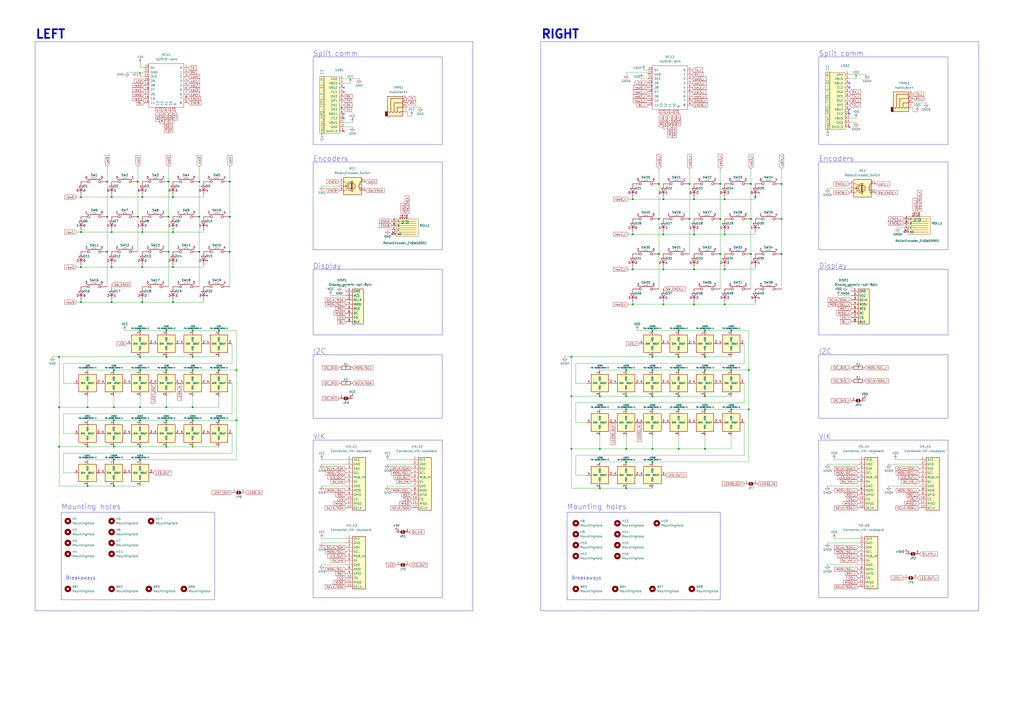
<source format=kicad_sch>
(kicad_sch (version 20230121) (generator eeschema)
  (paper "A2")
  (junction (at 80.01 125.73))
  (junction (at 64.77 154.94))
  (junction (at 378.46 260.35))
  (junction (at 424.18 191.77))
  (junction (at 66.04 281.94))
  (junction (at 64.77 175.26))
  (junction (at 82.55 154.94))
  (junction (at 400.05 127))
  (junction (at 100.33 114.3))
  (junction (at 378.46 237.49))
  (junction (at 435.61 147.32))
  (junction (at 50.8 236.22))
  (junction (at 82.55 114.3))
  (junction (at 367.03 115.57))
  (junction (at 402.59 115.57))
  (junction (at 420.37 156.21))
  (junction (at 384.81 176.53))
  (junction (at 382.27 127))
  (junction (at 384.81 115.57))
  (junction (at 82.55 134.62))
  (junction (at 402.59 156.21))
  (junction (at 331.47 229.87))
  (junction (at 417.83 127))
  (junction (at 82.55 175.26))
  (junction (at 378.46 191.77))
  (junction (at 80.01 105.41))
  (junction (at 402.59 176.53))
  (junction (at 66.04 243.84))
  (junction (at 453.39 127))
  (junction (at 137.16 214.63))
  (junction (at 363.22 237.49))
  (junction (at 46.99 154.94))
  (junction (at 347.98 283.21))
  (junction (at 420.37 176.53))
  (junction (at 382.27 147.32))
  (junction (at 66.04 266.7))
  (junction (at 66.04 214.63))
  (junction (at 435.61 106.68))
  (junction (at 402.59 135.89))
  (junction (at 393.7 191.77))
  (junction (at 434.34 214.63))
  (junction (at 62.23 105.41))
  (junction (at 420.37 115.57))
  (junction (at 115.57 125.73))
  (junction (at 424.18 214.63))
  (junction (at 96.52 214.63))
  (junction (at 46.99 114.3))
  (junction (at 424.18 237.49))
  (junction (at 62.23 146.05))
  (junction (at 111.76 236.22))
  (junction (at 367.03 156.21))
  (junction (at 408.94 214.63))
  (junction (at 62.23 125.73))
  (junction (at 111.76 207.01))
  (junction (at 363.22 229.87))
  (junction (at 384.81 156.21))
  (junction (at 111.76 214.63))
  (junction (at 96.52 259.08))
  (junction (at 347.98 229.87))
  (junction (at 384.81 135.89))
  (junction (at 133.35 105.41))
  (junction (at 435.61 127))
  (junction (at 331.47 260.35))
  (junction (at 81.28 243.84))
  (junction (at 34.29 207.01))
  (junction (at 378.46 207.01))
  (junction (at 111.76 191.77))
  (junction (at 133.35 146.05))
  (junction (at 137.16 243.84))
  (junction (at 81.28 259.08))
  (junction (at 420.37 135.89))
  (junction (at 64.77 134.62))
  (junction (at 408.94 237.49))
  (junction (at 367.03 176.53))
  (junction (at 34.29 236.22))
  (junction (at 453.39 147.32))
  (junction (at 100.33 134.62))
  (junction (at 393.7 229.87))
  (junction (at 393.7 260.35))
  (junction (at 393.7 237.49))
  (junction (at 434.34 237.49))
  (junction (at 100.33 154.94))
  (junction (at 417.83 147.32))
  (junction (at 115.57 146.05))
  (junction (at 363.22 260.35))
  (junction (at 127 243.84))
  (junction (at 363.22 214.63))
  (junction (at 363.22 267.97))
  (junction (at 96.52 243.84))
  (junction (at 378.46 267.97))
  (junction (at 393.7 214.63))
  (junction (at 96.52 191.77))
  (junction (at 46.99 175.26))
  (junction (at 438.15 114.3))
  (junction (at 97.79 146.05))
  (junction (at 453.39 106.68))
  (junction (at 100.33 175.26))
  (junction (at 347.98 260.35))
  (junction (at 400.05 106.68))
  (junction (at 363.22 283.21))
  (junction (at 408.94 229.87))
  (junction (at 66.04 259.08))
  (junction (at 97.79 105.41))
  (junction (at 81.28 236.22))
  (junction (at 96.52 236.22))
  (junction (at 127 214.63))
  (junction (at 378.46 214.63))
  (junction (at 408.94 260.35))
  (junction (at 417.83 106.68))
  (junction (at 50.8 259.08))
  (junction (at 50.8 281.94))
  (junction (at 81.28 266.7))
  (junction (at 111.76 243.84))
  (junction (at 34.29 259.08))
  (junction (at 127 191.77))
  (junction (at 111.76 259.08))
  (junction (at 81.28 214.63))
  (junction (at 378.46 229.87))
  (junction (at 64.77 114.3))
  (junction (at 331.47 207.01))
  (junction (at 115.57 105.41))
  (junction (at 393.7 207.01))
  (junction (at 46.99 134.62))
  (junction (at 66.04 236.22))
  (junction (at 408.94 191.77))
  (junction (at 367.03 135.89))
  (junction (at 382.27 106.68))
  (junction (at 97.79 125.73))
  (junction (at 81.28 207.01))
  (junction (at 81.28 191.77))
  (junction (at 96.52 207.01))
  (junction (at 408.94 207.01))
  (junction (at 133.35 125.73))
  (no_connect (at 199.39 50.8))
  (no_connect (at 227.33 135.89))
  (no_connect (at 492.76 66.04))
  (no_connect (at 199.39 68.58))
  (no_connect (at 199.39 53.34))
  (no_connect (at 492.76 63.5))
  (no_connect (at 199.39 76.2))
  (no_connect (at 492.76 48.26))
  (no_connect (at 199.39 66.04))
  (no_connect (at 492.76 50.8))
  (no_connect (at 524.51 134.62))
  (no_connect (at 492.76 73.66))
  (wire (pts (xy 97.79 125.73) (xy 97.79 146.05)))
  (wire (pts (xy 36.83 274.32) (xy 43.18 274.32)))
  (wire (pts (xy 378.46 214.63) (xy 393.7 214.63)))
  (wire (pts (xy 402.59 176.53) (xy 420.37 176.53)))
  (wire (pts (xy 331.47 260.35) (xy 347.98 260.35)))
  (wire (pts (xy 367.03 176.53) (xy 384.81 176.53)))
  (wire (pts (xy 199.39 48.26) (xy 203.2 48.26)))
  (wire (pts (xy 347.98 229.87) (xy 363.22 229.87)))
  (wire (pts (xy 36.83 251.46) (xy 43.18 251.46)))
  (wire (pts (xy 334.01 275.59) (xy 340.36 275.59)))
  (wire (pts (xy 438.15 113.03) (xy 438.15 114.3)))
  (wire (pts (xy 378.46 260.35) (xy 393.7 260.35)))
  (wire (pts (xy 115.57 125.73) (xy 115.57 146.05)))
  (wire (pts (xy 62.23 96.52) (xy 62.23 105.41)))
  (wire (pts (xy 66.04 229.87) (xy 66.04 236.22)))
  (wire (pts (xy 363.22 267.97) (xy 378.46 267.97)))
  (wire (pts (xy 44.45 154.94) (xy 46.99 154.94)))
  (wire (pts (xy 34.29 259.08) (xy 50.8 259.08)))
  (wire (pts (xy 50.8 214.63) (xy 66.04 214.63)))
  (wire (pts (xy 80.01 105.41) (xy 80.01 125.73)))
  (wire (pts (xy 46.99 114.3) (xy 64.77 114.3)))
  (wire (pts (xy 66.04 236.22) (xy 81.28 236.22)))
  (wire (pts (xy 400.05 106.68) (xy 400.05 127)))
  (wire (pts (xy 402.59 154.94) (xy 402.59 156.21)))
  (wire (pts (xy 331.47 283.21) (xy 347.98 283.21)))
  (wire (pts (xy 408.94 214.63) (xy 424.18 214.63)))
  (wire (pts (xy 480.06 327.66) (xy 497.84 327.66)))
  (wire (pts (xy 44.45 175.26) (xy 46.99 175.26)))
  (wire (pts (xy 36.83 222.25) (xy 36.83 210.82)))
  (wire (pts (xy 81.28 236.22) (xy 96.52 236.22)))
  (wire (pts (xy 81.28 44.45) (xy 83.82 44.45)))
  (wire (pts (xy 424.18 214.63) (xy 434.34 214.63)))
  (wire (pts (xy 36.83 240.03) (xy 36.83 251.46)))
  (wire (pts (xy 64.77 153.67) (xy 64.77 154.94)))
  (wire (pts (xy 50.8 236.22) (xy 66.04 236.22)))
  (wire (pts (xy 111.76 214.63) (xy 127 214.63)))
  (wire (pts (xy 382.27 147.32) (xy 382.27 167.64)))
  (wire (pts (xy 378.46 229.87) (xy 393.7 229.87)))
  (wire (pts (xy 64.77 113.03) (xy 64.77 114.3)))
  (wire (pts (xy 64.77 165.1) (xy 64.77 166.37)))
  (wire (pts (xy 96.52 243.84) (xy 111.76 243.84)))
  (wire (pts (xy 402.59 156.21) (xy 420.37 156.21)))
  (wire (pts (xy 384.81 114.3) (xy 384.81 115.57)))
  (wire (pts (xy 34.29 259.08) (xy 34.29 281.94)))
  (wire (pts (xy 331.47 207.01) (xy 331.47 229.87)))
  (wire (pts (xy 224.79 269.24) (xy 238.76 269.24)))
  (wire (pts (xy 483.87 312.42) (xy 497.84 312.42)))
  (wire (pts (xy 378.46 191.77) (xy 393.7 191.77)))
  (wire (pts (xy 82.55 154.94) (xy 100.33 154.94)))
  (wire (pts (xy 199.39 71.12) (xy 204.47 71.12)))
  (wire (pts (xy 118.11 153.67) (xy 118.11 154.94)))
  (wire (pts (xy 66.04 214.63) (xy 81.28 214.63)))
  (wire (pts (xy 372.11 45.72) (xy 375.92 45.72)))
  (wire (pts (xy 417.83 127) (xy 417.83 147.32)))
  (wire (pts (xy 364.49 135.89) (xy 367.03 135.89)))
  (wire (pts (xy 134.62 251.46) (xy 134.62 262.89)))
  (wire (pts (xy 186.69 314.96) (xy 200.66 314.96)))
  (wire (pts (xy 133.35 146.05) (xy 133.35 166.37)))
  (wire (pts (xy 44.45 114.3) (xy 46.99 114.3)))
  (wire (pts (xy 393.7 214.63) (xy 408.94 214.63)))
  (wire (pts (xy 453.39 106.68) (xy 453.39 127)))
  (wire (pts (xy 363.22 41.91) (xy 375.92 41.91)))
  (wire (pts (xy 115.57 146.05) (xy 115.57 166.37)))
  (wire (pts (xy 118.11 173.99) (xy 118.11 175.26)))
  (wire (pts (xy 435.61 127) (xy 435.61 147.32)))
  (wire (pts (xy 46.99 154.94) (xy 64.77 154.94)))
  (wire (pts (xy 50.8 281.94) (xy 66.04 281.94)))
  (wire (pts (xy 34.29 281.94) (xy 50.8 281.94)))
  (wire (pts (xy 402.59 115.57) (xy 420.37 115.57)))
  (wire (pts (xy 367.03 115.57) (xy 384.81 115.57)))
  (wire (pts (xy 100.33 114.3) (xy 118.11 114.3)))
  (wire (pts (xy 62.23 146.05) (xy 62.23 166.37)))
  (wire (pts (xy 486.41 171.45) (xy 494.03 171.45)))
  (wire (pts (xy 127 236.22) (xy 111.76 236.22)))
  (wire (pts (xy 435.61 147.32) (xy 435.61 167.64)))
  (wire (pts (xy 480.06 269.24) (xy 497.84 269.24)))
  (wire (pts (xy 186.69 269.24) (xy 200.66 269.24)))
  (wire (pts (xy 408.94 237.49) (xy 424.18 237.49)))
  (wire (pts (xy 334.01 245.11) (xy 340.36 245.11)))
  (wire (pts (xy 393.7 229.87) (xy 408.94 229.87)))
  (wire (pts (xy 46.99 134.62) (xy 64.77 134.62)))
  (wire (pts (xy 196.85 107.95) (xy 186.69 107.95)))
  (wire (pts (xy 36.83 240.03) (xy 134.62 240.03)))
  (wire (pts (xy 82.55 113.03) (xy 82.55 114.3)))
  (wire (pts (xy 347.98 260.35) (xy 363.22 260.35)))
  (wire (pts (xy 393.7 260.35) (xy 408.94 260.35)))
  (wire (pts (xy 331.47 229.87) (xy 331.47 260.35)))
  (wire (pts (xy 80.01 96.52) (xy 80.01 105.41)))
  (wire (pts (xy 44.45 134.62) (xy 46.99 134.62)))
  (wire (pts (xy 438.15 154.94) (xy 438.15 156.21)))
  (wire (pts (xy 424.18 191.77) (xy 434.34 191.77)))
  (wire (pts (xy 46.99 113.03) (xy 46.99 114.3)))
  (wire (pts (xy 408.94 207.01) (xy 424.18 207.01)))
  (wire (pts (xy 46.99 153.67) (xy 46.99 154.94)))
  (wire (pts (xy 200.66 166.37) (xy 200.66 168.91)))
  (wire (pts (xy 453.39 97.79) (xy 453.39 106.68)))
  (wire (pts (xy 434.34 214.63) (xy 434.34 191.77)))
  (wire (pts (xy 529.59 64.77) (xy 532.13 64.77)))
  (wire (pts (xy 417.83 147.32) (xy 417.83 167.64)))
  (wire (pts (xy 327.66 207.01) (xy 331.47 207.01)))
  (wire (pts (xy 137.16 266.7) (xy 137.16 243.84)))
  (wire (pts (xy 46.99 173.99) (xy 46.99 175.26)))
  (wire (pts (xy 199.39 73.66) (xy 204.47 73.66)))
  (wire (pts (xy 367.03 175.26) (xy 367.03 176.53)))
  (wire (pts (xy 420.37 134.62) (xy 420.37 135.89)))
  (wire (pts (xy 438.15 114.3) (xy 438.15 115.57)))
  (wire (pts (xy 384.81 175.26) (xy 384.81 176.53)))
  (wire (pts (xy 494.03 166.37) (xy 494.03 168.91)))
  (wire (pts (xy 118.11 133.35) (xy 118.11 134.62)))
  (wire (pts (xy 431.8 199.39) (xy 431.8 210.82)))
  (wire (pts (xy 82.55 133.35) (xy 82.55 134.62)))
  (wire (pts (xy 97.79 105.41) (xy 97.79 125.73)))
  (wire (pts (xy 97.79 96.52) (xy 97.79 105.41)))
  (wire (pts (xy 382.27 97.79) (xy 382.27 106.68)))
  (wire (pts (xy 492.76 71.12) (xy 496.57 71.12)))
  (wire (pts (xy 186.69 327.66) (xy 200.66 327.66)))
  (wire (pts (xy 331.47 207.01) (xy 378.46 207.01)))
  (wire (pts (xy 420.37 176.53) (xy 438.15 176.53)))
  (wire (pts (xy 408.94 191.77) (xy 424.18 191.77)))
  (wire (pts (xy 96.52 214.63) (xy 111.76 214.63)))
  (wire (pts (xy 50.8 259.08) (xy 66.04 259.08)))
  (wire (pts (xy 438.15 175.26) (xy 438.15 176.53)))
  (wire (pts (xy 515.62 281.94) (xy 533.4 281.94)))
  (wire (pts (xy 115.57 96.52) (xy 115.57 105.41)))
  (wire (pts (xy 384.81 156.21) (xy 402.59 156.21)))
  (wire (pts (xy 408.94 260.35) (xy 408.94 252.73)))
  (wire (pts (xy 50.8 266.7) (xy 66.04 266.7)))
  (wire (pts (xy 367.03 135.89) (xy 384.81 135.89)))
  (wire (pts (xy 367.03 114.3) (xy 367.03 115.57)))
  (wire (pts (xy 73.66 41.91) (xy 83.82 41.91)))
  (wire (pts (xy 97.79 146.05) (xy 97.79 166.37)))
  (wire (pts (xy 62.23 125.73) (xy 62.23 146.05)))
  (wire (pts (xy 72.39 191.77) (xy 81.28 191.77)))
  (wire (pts (xy 64.77 133.35) (xy 64.77 134.62)))
  (wire (pts (xy 363.22 260.35) (xy 378.46 260.35)))
  (wire (pts (xy 483.87 266.7) (xy 497.84 266.7)))
  (wire (pts (xy 81.28 214.63) (xy 96.52 214.63)))
  (wire (pts (xy 420.37 156.21) (xy 438.15 156.21)))
  (wire (pts (xy 420.37 114.3) (xy 420.37 115.57)))
  (wire (pts (xy 34.29 236.22) (xy 50.8 236.22)))
  (wire (pts (xy 373.38 40.64) (xy 375.92 40.64)))
  (wire (pts (xy 408.94 260.35) (xy 424.18 260.35)))
  (wire (pts (xy 435.61 97.79) (xy 435.61 106.68)))
  (wire (pts (xy 378.46 267.97) (xy 434.34 267.97)))
  (wire (pts (xy 492.76 45.72) (xy 496.57 45.72)))
  (wire (pts (xy 127 214.63) (xy 137.16 214.63)))
  (wire (pts (xy 364.49 176.53) (xy 367.03 176.53)))
  (wire (pts (xy 81.28 243.84) (xy 96.52 243.84)))
  (wire (pts (xy 111.76 207.01) (xy 127 207.01)))
  (wire (pts (xy 133.35 125.73) (xy 133.35 146.05)))
  (wire (pts (xy 82.55 114.3) (xy 100.33 114.3)))
  (wire (pts (xy 81.28 36.83) (xy 81.28 39.37)))
  (wire (pts (xy 382.27 127) (xy 382.27 147.32)))
  (wire (pts (xy 334.01 233.68) (xy 431.8 233.68)))
  (wire (pts (xy 402.59 114.3) (xy 402.59 115.57)))
  (wire (pts (xy 334.01 275.59) (xy 334.01 264.16)))
  (wire (pts (xy 384.81 134.62) (xy 384.81 135.89)))
  (wire (pts (xy 420.37 175.26) (xy 420.37 176.53)))
  (wire (pts (xy 334.01 210.82) (xy 431.8 210.82)))
  (wire (pts (xy 363.22 214.63) (xy 378.46 214.63)))
  (wire (pts (xy 66.04 259.08) (xy 81.28 259.08)))
  (wire (pts (xy 80.01 125.73) (xy 80.01 146.05)))
  (wire (pts (xy 363.22 237.49) (xy 378.46 237.49)))
  (wire (pts (xy 82.55 153.67) (xy 82.55 154.94)))
  (wire (pts (xy 420.37 154.94) (xy 420.37 156.21)))
  (wire (pts (xy 492.76 109.22) (xy 480.06 109.22)))
  (wire (pts (xy 453.39 147.32) (xy 453.39 167.64)))
  (wire (pts (xy 382.27 106.68) (xy 382.27 127)))
  (wire (pts (xy 186.69 281.94) (xy 200.66 281.94)))
  (wire (pts (xy 347.98 283.21) (xy 363.22 283.21)))
  (wire (pts (xy 402.59 134.62) (xy 402.59 135.89)))
  (wire (pts (xy 347.98 260.35) (xy 347.98 252.73)))
  (wire (pts (xy 66.04 266.7) (xy 81.28 266.7)))
  (wire (pts (xy 100.33 175.26) (xy 118.11 175.26)))
  (wire (pts (xy 81.28 266.7) (xy 137.16 266.7)))
  (wire (pts (xy 424.18 237.49) (xy 434.34 237.49)))
  (wire (pts (xy 111.76 259.08) (xy 127 259.08)))
  (wire (pts (xy 400.05 127) (xy 400.05 147.32)))
  (wire (pts (xy 62.23 105.41) (xy 62.23 125.73)))
  (wire (pts (xy 384.81 135.89) (xy 402.59 135.89)))
  (wire (pts (xy 34.29 207.01) (xy 81.28 207.01)))
  (wire (pts (xy 236.22 62.23) (xy 243.84 62.23)))
  (wire (pts (xy 118.11 113.03) (xy 118.11 114.3)))
  (wire (pts (xy 424.18 260.35) (xy 424.18 252.73)))
  (wire (pts (xy 100.33 134.62) (xy 118.11 134.62)))
  (wire (pts (xy 81.28 229.87) (xy 81.28 236.22)))
  (wire (pts (xy 347.98 214.63) (xy 363.22 214.63)))
  (wire (pts (xy 96.52 191.77) (xy 111.76 191.77)))
  (wire (pts (xy 66.04 243.84) (xy 81.28 243.84)))
  (wire (pts (xy 363.22 41.91) (xy 363.22 43.18)))
  (wire (pts (xy 134.62 222.25) (xy 134.62 240.03)))
  (wire (pts (xy 384.81 115.57) (xy 402.59 115.57)))
  (wire (pts (xy 453.39 127) (xy 453.39 147.32)))
  (wire (pts (xy 100.33 173.99) (xy 100.33 175.26)))
  (wire (pts (xy 34.29 207.01) (xy 34.29 236.22)))
  (wire (pts (xy 82.55 173.99) (xy 82.55 175.26)))
  (wire (pts (xy 137.16 243.84) (xy 137.16 214.63)))
  (wire (pts (xy 36.83 274.32) (xy 36.83 262.89)))
  (wire (pts (xy 100.33 153.67) (xy 100.33 154.94)))
  (wire (pts (xy 375.92 41.91) (xy 375.92 43.18)))
  (wire (pts (xy 133.35 96.52) (xy 133.35 105.41)))
  (wire (pts (xy 378.46 207.01) (xy 393.7 207.01)))
  (wire (pts (xy 515.62 269.24) (xy 533.4 269.24)))
  (wire (pts (xy 384.81 154.94) (xy 384.81 156.21)))
  (wire (pts (xy 520.7 132.08) (xy 524.51 132.08)))
  (wire (pts (xy 82.55 175.26) (xy 100.33 175.26)))
  (wire (pts (xy 46.99 175.26) (xy 64.77 175.26)))
  (wire (pts (xy 186.69 266.7) (xy 200.66 266.7)))
  (wire (pts (xy 529.59 59.69) (xy 537.21 59.69)))
  (wire (pts (xy 111.76 229.87) (xy 111.76 236.22)))
  (wire (pts (xy 134.62 199.39) (xy 134.62 210.82)))
  (wire (pts (xy 64.77 154.94) (xy 82.55 154.94)))
  (wire (pts (xy 111.76 191.77) (xy 127 191.77)))
  (wire (pts (xy 81.28 207.01) (xy 96.52 207.01)))
  (wire (pts (xy 36.83 222.25) (xy 43.18 222.25)))
  (wire (pts (xy 367.03 156.21) (xy 384.81 156.21)))
  (wire (pts (xy 334.01 233.68) (xy 334.01 245.11)))
  (wire (pts (xy 224.79 266.7) (xy 238.76 266.7)))
  (wire (pts (xy 378.46 260.35) (xy 378.46 252.73)))
  (wire (pts (xy 64.77 114.3) (xy 82.55 114.3)))
  (wire (pts (xy 378.46 237.49) (xy 393.7 237.49)))
  (wire (pts (xy 236.22 64.77) (xy 236.22 67.31)))
  (wire (pts (xy 50.8 243.84) (xy 66.04 243.84)))
  (wire (pts (xy 417.83 97.79) (xy 417.83 106.68)))
  (wire (pts (xy 393.7 207.01) (xy 408.94 207.01)))
  (wire (pts (xy 224.79 281.94) (xy 238.76 281.94)))
  (wire (pts (xy 236.22 67.31) (xy 238.76 67.31)))
  (wire (pts (xy 186.69 312.42) (xy 200.66 312.42)))
  (wire (pts (xy 64.77 175.26) (xy 82.55 175.26)))
  (wire (pts (xy 46.99 133.35) (xy 46.99 134.62)))
  (wire (pts (xy 402.59 175.26) (xy 402.59 176.53)))
  (wire (pts (xy 434.34 237.49) (xy 434.34 214.63)))
  (wire (pts (xy 334.01 222.25) (xy 340.36 222.25)))
  (wire (pts (xy 196.85 166.37) (xy 200.66 166.37)))
  (wire (pts (xy 100.33 154.94) (xy 118.11 154.94)))
  (wire (pts (xy 347.98 267.97) (xy 363.22 267.97)))
  (wire (pts (xy 363.22 260.35) (xy 363.22 252.73)))
  (wire (pts (xy 115.57 105.41) (xy 115.57 125.73)))
  (wire (pts (xy 30.48 207.01) (xy 34.29 207.01)))
  (wire (pts (xy 408.94 229.87) (xy 424.18 229.87)))
  (wire (pts (xy 50.8 229.87) (xy 50.8 236.22)))
  (wire (pts (xy 363.22 283.21) (xy 378.46 283.21)))
  (wire (pts (xy 137.16 214.63) (xy 137.16 191.77)))
  (wire (pts (xy 100.33 113.03) (xy 100.33 114.3)))
  (wire (pts (xy 64.77 134.62) (xy 82.55 134.62)))
  (wire (pts (xy 402.59 135.89) (xy 420.37 135.89)))
  (wire (pts (xy 480.06 314.96) (xy 497.84 314.96)))
  (wire (pts (xy 492.76 68.58) (xy 496.57 68.58)))
  (wire (pts (xy 191.77 171.45) (xy 200.66 171.45)))
  (wire (pts (xy 96.52 207.01) (xy 111.76 207.01)))
  (wire (pts (xy 96.52 229.87) (xy 96.52 236.22)))
  (wire (pts (xy 224.79 133.35) (xy 227.33 133.35)))
  (wire (pts (xy 435.61 106.68) (xy 435.61 127)))
  (wire (pts (xy 384.81 176.53) (xy 402.59 176.53)))
  (wire (pts (xy 431.8 222.25) (xy 431.8 233.68)))
  (wire (pts (xy 133.35 105.41) (xy 133.35 125.73)))
  (wire (pts (xy 96.52 236.22) (xy 111.76 236.22)))
  (wire (pts (xy 334.01 264.16) (xy 431.8 264.16)))
  (wire (pts (xy 81.28 259.08) (xy 96.52 259.08)))
  (wire (pts (xy 127 191.77) (xy 137.16 191.77)))
  (wire (pts (xy 331.47 260.35) (xy 331.47 283.21)))
  (wire (pts (xy 100.33 133.35) (xy 100.33 134.62)))
  (wire (pts (xy 363.22 229.87) (xy 378.46 229.87)))
  (wire (pts (xy 420.37 115.57) (xy 438.15 115.57)))
  (wire (pts (xy 431.8 245.11) (xy 431.8 264.16)))
  (wire (pts (xy 417.83 106.68) (xy 417.83 127)))
  (wire (pts (xy 82.55 134.62) (xy 100.33 134.62)))
  (wire (pts (xy 400.05 97.79) (xy 400.05 106.68)))
  (wire (pts (xy 369.57 191.77) (xy 378.46 191.77)))
  (wire (pts (xy 480.06 281.94) (xy 497.84 281.94)))
  (wire (pts (xy 34.29 236.22) (xy 34.29 259.08)))
  (wire (pts (xy 127 243.84) (xy 137.16 243.84)))
  (wire (pts (xy 393.7 260.35) (xy 393.7 252.73)))
  (wire (pts (xy 66.04 281.94) (xy 81.28 281.94)))
  (wire (pts (xy 64.77 173.99) (xy 64.77 175.26)))
  (wire (pts (xy 334.01 222.25) (xy 334.01 210.82)))
  (wire (pts (xy 529.59 62.23) (xy 529.59 64.77)))
  (wire (pts (xy 367.03 134.62) (xy 367.03 135.89)))
  (wire (pts (xy 393.7 237.49) (xy 408.94 237.49)))
  (wire (pts (xy 96.52 259.08) (xy 111.76 259.08)))
  (wire (pts (xy 367.03 154.94) (xy 367.03 156.21)))
  (wire (pts (xy 492.76 43.18) (xy 502.92 43.18)))
  (wire (pts (xy 364.49 115.57) (xy 367.03 115.57)))
  (wire (pts (xy 36.83 210.82) (xy 134.62 210.82)))
  (wire (pts (xy 199.39 45.72) (xy 208.28 45.72)))
  (wire (pts (xy 127 229.87) (xy 127 236.22)))
  (wire (pts (xy 490.22 166.37) (xy 494.03 166.37)))
  (wire (pts (xy 111.76 243.84) (xy 127 243.84)))
  (wire (pts (xy 83.82 39.37) (xy 81.28 39.37)))
  (wire (pts (xy 81.28 191.77) (xy 96.52 191.77)))
  (wire (pts (xy 438.15 134.62) (xy 438.15 135.89)))
  (wire (pts (xy 420.37 135.89) (xy 438.15 135.89)))
  (wire (pts (xy 519.43 266.7) (xy 533.4 266.7)))
  (wire (pts (xy 36.83 262.89) (xy 134.62 262.89)))
  (wire (pts (xy 347.98 237.49) (xy 363.22 237.49)))
  (wire (pts (xy 331.47 229.87) (xy 347.98 229.87)))
  (wire (pts (xy 393.7 191.77) (xy 408.94 191.77)))
  (wire (pts (xy 364.49 156.21) (xy 367.03 156.21)))
  (wire (pts (xy 434.34 267.97) (xy 434.34 237.49)))
  (rectangle (start 181.61 205.74) (end 256.54 242.57))
  (rectangle (start 181.61 93.98) (end 256.54 144.78))
  (rectangle (start 313.69 24.13) (end 567.69 354.33))
  (rectangle (start 181.61 33.02) (end 256.54 83.82))
  (rectangle (start 474.98 205.74) (end 549.91 242.57))
  (rectangle (start 181.61 156.21) (end 256.54 194.31))
  (rectangle (start 474.98 255.27) (end 549.91 346.71))
  (rectangle (start 181.61 255.27) (end 256.54 346.71))
  (rectangle (start 474.98 33.02) (end 549.91 83.82))
  (rectangle (start 35.56 297.18) (end 124.46 347.98))
  (rectangle (start 20.32 24.13) (end 274.32 354.33))
  (rectangle (start 474.98 156.21) (end 549.91 194.31))
  (rectangle (start 328.93 297.18) (end 417.83 347.98))
  (rectangle (start 474.98 93.98) (end 549.91 144.78))
  (text "I2C" (at 181.61 205.74 0) (effects (font (size 3 3)) (justify left bottom)))
  (text "Breakaways" (at 38.1 336.55 0) (effects (font (size 2 2)) (justify left bottom)))
  (text "I2C" (at 474.98 205.74 0) (effects (font (size 3 3)) (justify left bottom)))
  (text "VIK" (at 181.61 255.27 0) (effects (font (size 3 3)) (justify left bottom)))
  (text "VIK" (at 474.98 255.27 0) (effects (font (size 3 3)) (justify left bottom)))
  (text "Encoders" (at 181.61 93.98 0) (effects (font (size 3 3)) (justify left bottom)))
  (text "Breakaways" (at 331.47 336.55 0) (effects (font (size 2 2)) (justify left bottom)))
  (text "Split comm" (at 181.61 33.02 0) (effects (font (size 3 3)) (justify left bottom)))
  (text "Split comm" (at 474.98 33.02 0) (effects (font (size 3 3)) (justify left bottom)))
  (text "Display" (at 181.61 156.21 0) (effects (font (size 3 3)) (justify left bottom)))
  (text "LEFT" (at 20.32 22.86 0) (effects (font (size 5 5) (thickness 1) bold) (justify left bottom)))
  (text "RIGHT" (at 313.69 22.86 0) (effects (font (size 5 5) (thickness 1) bold) (justify left bottom)))
  (text "Display" (at 474.98 156.21 0) (effects (font (size 3 3)) (justify left bottom)))
  (text "Mounting holes" (at 328.93 295.91 0) (effects (font (size 3 3)) (justify left bottom)))
  (text "Mounting holes" (at 35.56 295.91 0) (effects (font (size 3 3)) (justify left bottom)))
  (text "Encoders" (at 474.98 93.98 0) (effects (font (size 3 3)) (justify left bottom)))
  (global_label "SCLK{slash}SDA_r" (shape input) (at 497.84 294.64 180) (property "Intersheetrefs" "${INTERSHEET_REFS}" (effects hide)))
  (global_label "col3" (shape input) (at 115.57 96.52 90) (property "Intersheetrefs" "${INTERSHEET_REFS}" (effects hide)))
  (global_label "5V_VIK" (shape input) (at 200.66 325.12 180) (property "Intersheetrefs" "${INTERSHEET_REFS}" (effects hide)))
  (global_label "RST_r" (shape input) (at 494.03 179.07 180) (property "Intersheetrefs" "${INTERSHEET_REFS}" (effects hide)))
  (global_label "SCLK{slash}SDA" (shape input) (at 200.66 317.5 180) (property "Intersheetrefs" "${INTERSHEET_REFS}" (effects hide)))
  (global_label "CS_r" (shape input) (at 497.84 335.28 180) (property "Intersheetrefs" "${INTERSHEET_REFS}" (effects hide)))
  (global_label "row2" (shape input) (at 44.45 154.94 180) (property "Intersheetrefs" "${INTERSHEET_REFS}" (effects hide)))
  (global_label "LED" (shape input) (at 73.66 199.39 180) (property "Intersheetrefs" "${INTERSHEET_REFS}" (effects hide)))
  (global_label "RX_r" (shape input) (at 401.32 43.18 0) (property "Intersheetrefs" "${INTERSHEET_REFS}" (effects hide)))
  (global_label "TX_r" (shape input) (at 401.32 40.64 0) (property "Intersheetrefs" "${INTERSHEET_REFS}" (effects hide)))
  (global_label "MOSI{slash}SCL" (shape input) (at 200.66 284.48 180) (property "Intersheetrefs" "${INTERSHEET_REFS}" (effects hide)))
  (global_label "SCLK{slash}SDA" (shape input) (at 204.47 222.25 0) (property "Intersheetrefs" "${INTERSHEET_REFS}" (effects hide)))
  (global_label "RX" (shape input) (at 199.39 60.96 0) (property "Intersheetrefs" "${INTERSHEET_REFS}" (effects hide)))
  (global_label "LED7_OUT" (shape input) (at 134.62 285.75 180) (property "Intersheetrefs" "${INTERSHEET_REFS}" (effects hide)))
  (global_label "col1_r" (shape input) (at 508 106.68 0) (property "Intersheetrefs" "${INTERSHEET_REFS}" (effects hide)))
  (global_label "col4_r" (shape input) (at 453.39 97.79 90) (property "Intersheetrefs" "${INTERSHEET_REFS}" (effects hide)))
  (global_label "col0_r" (shape input) (at 382.27 97.79 90) (property "Intersheetrefs" "${INTERSHEET_REFS}" (effects hide)))
  (global_label "CS_r" (shape input) (at 393.7 66.04 270) (property "Intersheetrefs" "${INTERSHEET_REFS}" (effects hide)))
  (global_label "ENCA_r" (shape input) (at 492.76 106.68 180) (property "Intersheetrefs" "${INTERSHEET_REFS}" (effects hide)))
  (global_label "row3_r" (shape input) (at 364.49 176.53 180) (property "Intersheetrefs" "${INTERSHEET_REFS}" (effects hide)))
  (global_label "row1" (shape input) (at 44.45 134.62 180) (property "Intersheetrefs" "${INTERSHEET_REFS}" (effects hide)))
  (global_label "col1_r" (shape input) (at 400.05 97.79 90) (property "Intersheetrefs" "${INTERSHEET_REFS}" (effects hide)))
  (global_label "RX_r" (shape input) (at 529.59 57.15 0) (property "Intersheetrefs" "${INTERSHEET_REFS}" (effects hide)))
  (global_label "BL" (shape input) (at 200.66 186.69 180) (property "Intersheetrefs" "${INTERSHEET_REFS}" (effects hide)))
  (global_label "RST" (shape input) (at 200.66 332.74 180) (property "Intersheetrefs" "${INTERSHEET_REFS}" (effects hide)))
  (global_label "LED_OUT" (shape input) (at 88.9 274.32 0) (property "Intersheetrefs" "${INTERSHEET_REFS}" (effects hide)))
  (global_label "RST_r" (shape input) (at 533.4 287.02 180) (property "Intersheetrefs" "${INTERSHEET_REFS}" (effects hide)))
  (global_label "MOSI{slash}SCL_r" (shape input) (at 388.62 66.04 270) (property "Intersheetrefs" "${INTERSHEET_REFS}" (effects hide)))
  (global_label "LED_OUT" (shape input) (at 237.49 327.66 0) (property "Intersheetrefs" "${INTERSHEET_REFS}" (effects hide)))
  (global_label "MOSI{slash}SCL_r" (shape input) (at 497.84 320.04 180) (property "Intersheetrefs" "${INTERSHEET_REFS}" (effects hide)))
  (global_label "col3_r" (shape input) (at 401.32 53.34 0) (property "Intersheetrefs" "${INTERSHEET_REFS}" (effects hide)))
  (global_label "LED7_OUT" (shape input) (at 88.9 222.25 270) (property "Intersheetrefs" "${INTERSHEET_REFS}" (effects hide)))
  (global_label "RST" (shape input) (at 238.76 287.02 180) (property "Intersheetrefs" "${INTERSHEET_REFS}" (effects hide)))
  (global_label "col2" (shape input) (at 97.79 96.52 90) (property "Intersheetrefs" "${INTERSHEET_REFS}" (effects hide)))
  (global_label "MISO_r" (shape input) (at 386.08 66.04 270) (property "Intersheetrefs" "${INTERSHEET_REFS}" (effects hide)))
  (global_label "col2" (shape input) (at 109.22 49.53 0) (property "Intersheetrefs" "${INTERSHEET_REFS}" (effects hide)))
  (global_label "LED_OUT_r" (shape input) (at 497.84 322.58 180) (property "Intersheetrefs" "${INTERSHEET_REFS}" (effects hide)))
  (global_label "CS" (shape input) (at 238.76 289.56 180) (property "Intersheetrefs" "${INTERSHEET_REFS}" (effects hide)))
  (global_label "MOSI{slash}SCL" (shape input) (at 238.76 274.32 180) (property "Intersheetrefs" "${INTERSHEET_REFS}" (effects hide)))
  (global_label "5V_VIK" (shape input) (at 200.66 279.4 180) (property "Intersheetrefs" "${INTERSHEET_REFS}" (effects hide)))
  (global_label "LED_OUT" (shape input) (at 238.76 276.86 180) (property "Intersheetrefs" "${INTERSHEET_REFS}" (effects hide)))
  (global_label "CS" (shape input) (at 101.6 64.77 270) (property "Intersheetrefs" "${INTERSHEET_REFS}" (effects hide)))
  (global_label "SCLK{slash}SDA" (shape input) (at 200.66 340.36 180) (property "Intersheetrefs" "${INTERSHEET_REFS}" (effects hide)))
  (global_label "RST_r" (shape input) (at 497.84 287.02 180) (property "Intersheetrefs" "${INTERSHEET_REFS}" (effects hide)))
  (global_label "RX_r" (shape input) (at 492.76 53.34 0) (property "Intersheetrefs" "${INTERSHEET_REFS}" (effects hide)))
  (global_label "LED_OUT" (shape input) (at 200.66 322.58 180) (property "Intersheetrefs" "${INTERSHEET_REFS}" (effects hide)))
  (global_label "LED_OUT" (shape input) (at 200.66 276.86 180) (property "Intersheetrefs" "${INTERSHEET_REFS}" (effects hide)))
  (global_label "SW_ENCA_r" (shape input) (at 508 111.76 0) (property "Intersheetrefs" "${INTERSHEET_REFS}" (effects hide)))
  (global_label "MISO" (shape input) (at 93.98 64.77 270) (property "Intersheetrefs" "${INTERSHEET_REFS}" (effects hide)))
  (global_label "CS" (shape input) (at 200.66 184.15 180) (property "Intersheetrefs" "${INTERSHEET_REFS}" (effects hide)))
  (global_label "SW_ENCA_r" (shape input) (at 533.4 123.19 90) (property "Intersheetrefs" "${INTERSHEET_REFS}" (effects hide)))
  (global_label "SCLK{slash}SDA_r" (shape input) (at 494.03 173.99 180) (property "Intersheetrefs" "${INTERSHEET_REFS}" (effects hide)))
  (global_label "ENCA" (shape input) (at 196.85 105.41 180) (property "Intersheetrefs" "${INTERSHEET_REFS}" (effects hide)))
  (global_label "col3" (shape input) (at 109.22 52.07 0) (property "Intersheetrefs" "${INTERSHEET_REFS}" (effects hide)))
  (global_label "LED9_IN" (shape input) (at 142.24 285.75 0) (property "Intersheetrefs" "${INTERSHEET_REFS}" (effects hide)))
  (global_label "TX" (shape input) (at 199.39 58.42 0) (property "Intersheetrefs" "${INTERSHEET_REFS}" (effects hide)))
  (global_label "row0" (shape input) (at 83.82 49.53 180) (property "Intersheetrefs" "${INTERSHEET_REFS}" (effects hide)))
  (global_label "SCLK{slash}SDA" (shape input) (at 200.66 294.64 180) (property "Intersheetrefs" "${INTERSHEET_REFS}" (effects hide)))
  (global_label "row2_r" (shape input) (at 364.49 156.21 180) (property "Intersheetrefs" "${INTERSHEET_REFS}" (effects hide)))
  (global_label "I2C_3V3_r" (shape input) (at 494.03 213.36 180) (property "Intersheetrefs" "${INTERSHEET_REFS}" (effects hide)))
  (global_label "row0_r" (shape input) (at 364.49 115.57 180) (property "Intersheetrefs" "${INTERSHEET_REFS}" (effects hide)))
  (global_label "row3" (shape input) (at 83.82 57.15 180) (property "Intersheetrefs" "${INTERSHEET_REFS}" (effects hide)))
  (global_label "col1" (shape input) (at 109.22 46.99 0) (property "Intersheetrefs" "${INTERSHEET_REFS}" (effects hide)))
  (global_label "row0" (shape input) (at 44.45 114.3 180) (property "Intersheetrefs" "${INTERSHEET_REFS}" (effects hide)))
  (global_label "RST" (shape input) (at 200.66 179.07 180) (property "Intersheetrefs" "${INTERSHEET_REFS}" (effects hide)))
  (global_label "LED32_IN" (shape input) (at 370.84 245.11 270) (property "Intersheetrefs" "${INTERSHEET_REFS}" (effects hide)))
  (global_label "MISO" (shape input) (at 200.66 181.61 180) (property "Intersheetrefs" "${INTERSHEET_REFS}" (effects hide)))
  (global_label "SW_ENCA" (shape input) (at 212.09 110.49 0) (property "Intersheetrefs" "${INTERSHEET_REFS}" (effects hide)))
  (global_label "LED_OUT_r" (shape input) (at 532.13 335.28 0) (property "Intersheetrefs" "${INTERSHEET_REFS}" (effects hide)))
  (global_label "MOSI{slash}SCL_r" (shape input) (at 497.84 284.48 180) (property "Intersheetrefs" "${INTERSHEET_REFS}" (effects hide)))
  (global_label "col0" (shape input) (at 62.23 96.52 90) (property "Intersheetrefs" "${INTERSHEET_REFS}" (effects hide)))
  (global_label "row1" (shape input) (at 83.82 52.07 180) (property "Intersheetrefs" "${INTERSHEET_REFS}" (effects hide)))
  (global_label "col1" (shape input) (at 80.01 96.52 90) (property "Intersheetrefs" "${INTERSHEET_REFS}" (effects hide)))
  (global_label "MOSI{slash}SCL" (shape input) (at 204.47 213.36 0) (property "Intersheetrefs" "${INTERSHEET_REFS}" (effects hide)))
  (global_label "SCLK{slash}SDA_r" (shape input) (at 497.84 271.78 180) (property "Intersheetrefs" "${INTERSHEET_REFS}" (effects hide)))
  (global_label "MOSI{slash}SCL_r" (shape input) (at 497.84 274.32 180) (property "Intersheetrefs" "${INTERSHEET_REFS}" (effects hide)))
  (global_label "RST" (shape input) (at 91.44 64.77 270) (property "Intersheetrefs" "${INTERSHEET_REFS}" (effects hide)))
  (global_label "SCLK{slash}SDA_r" (shape input) (at 533.4 271.78 180) (property "Intersheetrefs" "${INTERSHEET_REFS}" (effects hide)))
  (global_label "MOSI{slash}SCL" (shape input) (at 200.66 320.04 180) (property "Intersheetrefs" "${INTERSHEET_REFS}" (effects hide)))
  (global_label "CS" (shape input) (at 200.66 289.56 180) (property "Intersheetrefs" "${INTERSHEET_REFS}" (effects hide)))
  (global_label "ENCB_r" (shape input) (at 492.76 111.76 180) (property "Intersheetrefs" "${INTERSHEET_REFS}" (effects hide)))
  (global_label "5V_VIK_r" (shape input) (at 497.84 325.12 180) (property "Intersheetrefs" "${INTERSHEET_REFS}" (effects hide)))
  (global_label "5V_VIK_r" (shape input) (at 533.4 321.31 0) (property "Intersheetrefs" "${INTERSHEET_REFS}" (effects hide)))
  (global_label "LED" (shape input) (at 229.87 327.66 180) (property "Intersheetrefs" "${INTERSHEET_REFS}" (effects hide)))
  (global_label "I2C_3V3_r" (shape input) (at 494.03 220.98 180) (property "Intersheetrefs" "${INTERSHEET_REFS}" (effects hide)))
  (global_label "SCLK{slash}SDA_r" (shape input) (at 497.84 340.36 180) (property "Intersheetrefs" "${INTERSHEET_REFS}" (effects hide)))
  (global_label "MISO" (shape input) (at 200.66 292.1 180) (property "Intersheetrefs" "${INTERSHEET_REFS}" (effects hide)))
  (global_label "SCLK{slash}SDA" (shape input) (at 238.76 271.78 180) (property "Intersheetrefs" "${INTERSHEET_REFS}" (effects hide)))
  (global_label "SCLK{slash}SDA" (shape input) (at 200.66 173.99 180) (property "Intersheetrefs" "${INTERSHEET_REFS}" (effects hide)))
  (global_label "ENCB" (shape input) (at 196.85 110.49 180) (property "Intersheetrefs" "${INTERSHEET_REFS}" (effects hide)))
  (global_label "MOSI{slash}SCL" (shape input) (at 200.66 176.53 180) (property "Intersheetrefs" "${INTERSHEET_REFS}" (effects hide)))
  (global_label "MOSI{slash}SCL" (shape input) (at 96.52 64.77 270) (property "Intersheetrefs" "${INTERSHEET_REFS}" (effects hide)))
  (global_label "MISO_r" (shape input) (at 533.4 292.1 180) (property "Intersheetrefs" "${INTERSHEET_REFS}" (effects hide)))
  (global_label "5V_VIK_r" (shape input) (at 497.84 279.4 180) (property "Intersheetrefs" "${INTERSHEET_REFS}" (effects hide)))
  (global_label "row2_r" (shape input) (at 375.92 55.88 180) (property "Intersheetrefs" "${INTERSHEET_REFS}" (effects hide)))
  (global_label "LED_OUT_r" (shape input) (at 386.08 275.59 0) (property "Intersheetrefs" "${INTERSHEET_REFS}" (effects hide)))
  (global_label "ENCA_r" (shape input) (at 524.51 127 180) (property "Intersheetrefs" "${INTERSHEET_REFS}" (effects hide)))
  (global_label "col1" (shape input) (at 212.09 105.41 0) (property "Intersheetrefs" "${INTERSHEET_REFS}" (effects hide)))
  (global_label "MOSI{slash}SCL_r" (shape input) (at 501.65 213.36 0) (property "Intersheetrefs" "${INTERSHEET_REFS}" (effects hide)))
  (global_label "RX" (shape input) (at 109.22 41.91 0) (property "Intersheetrefs" "${INTERSHEET_REFS}" (effects hide)))
  (global_label "SCLK{slash}SDA" (shape input) (at 99.06 64.77 270) (property "Intersheetrefs" "${INTERSHEET_REFS}" (effects hide)))
  (global_label "I2C_3V3" (shape input) (at 196.85 213.36 180) (property "Intersheetrefs" "${INTERSHEET_REFS}" (effects hide)))
  (global_label "RX" (shape input) (at 236.22 59.69 0) (property "Intersheetrefs" "${INTERSHEET_REFS}" (effects hide)))
  (global_label "LED_r" (shape input) (at 375.92 48.26 180) (property "Intersheetrefs" "${INTERSHEET_REFS}" (effects hide)))
  (global_label "RX" (shape input) (at 199.39 55.88 0) (property "Intersheetrefs" "${INTERSHEET_REFS}" (effects hide)))
  (global_label "I2C_3V3" (shape input) (at 196.85 222.25 180) (property "Intersheetrefs" "${INTERSHEET_REFS}" (effects hide)))
  (global_label "row0_r" (shape input) (at 375.92 50.8 180) (property "Intersheetrefs" "${INTERSHEET_REFS}" (effects hide)))
  (global_label "CS_r" (shape input) (at 533.4 289.56 180) (property "Intersheetrefs" "${INTERSHEET_REFS}" (effects hide)))
  (global_label "ENCA" (shape input) (at 227.33 128.27 180) (property "Intersheetrefs" "${INTERSHEET_REFS}" (effects hide)))
  (global_label "LED_r" (shape input) (at 370.84 199.39 180) (property "Intersheetrefs" "${INTERSHEET_REFS}" (effects hide)))
  (global_label "RST" (shape input) (at 200.66 287.02 180) (property "Intersheetrefs" "${INTERSHEET_REFS}" (effects hide)))
  (global_label "MISO" (shape input) (at 238.76 292.1 180) (property "Intersheetrefs" "${INTERSHEET_REFS}" (effects hide)))
  (global_label "ENCB_r" (shape input) (at 524.51 129.54 180) (property "Intersheetrefs" "${INTERSHEET_REFS}" (effects hide)))
  (global_label "SCLK{slash}SDA" (shape input) (at 238.76 294.64 180) (property "Intersheetrefs" "${INTERSHEET_REFS}" (effects hide)))
  (global_label "ENCA" (shape input) (at 109.22 57.15 0) (property "Intersheetrefs" "${INTERSHEET_REFS}" (effects hide)))
  (global_label "I2C_3V3" (shape input) (at 196.85 231.14 180) (property "Intersheetrefs" "${INTERSHEET_REFS}" (effects hide)))
  (global_label "row2" (shape input) (at 83.82 54.61 180) (property "Intersheetrefs" "${INTERSHEET_REFS}" (effects hide)))
  (global_label "LED32_IN" (shape input) (at 439.42 280.67 0) (property "Intersheetrefs" "${INTERSHEET_REFS}" (effects hide)))
  (global_label "MOSI{slash}SCL_r" (shape input) (at 497.84 330.2 180) (property "Intersheetrefs" "${INTERSHEET_REFS}" (effects hide)))
  (global_label "col1_r" (shape input) (at 530.86 123.19 90) (property "Intersheetrefs" "${INTERSHEET_REFS}" (effects hide)))
  (global_label "TX_r" (shape input) (at 492.76 60.96 0) (property "Intersheetrefs" "${INTERSHEET_REFS}" (effects hide)))
  (global_label "SW_ENCA" (shape input) (at 236.22 124.46 90) (property "Intersheetrefs" "${INTERSHEET_REFS}" (effects hide)))
  (global_label "row1_r" (shape input) (at 375.92 53.34 180) (property "Intersheetrefs" "${INTERSHEET_REFS}" (effects hide)))
  (global_label "col4_r" (shape input) (at 401.32 55.88 0) (property "Intersheetrefs" "${INTERSHEET_REFS}" (effects hide)))
  (global_label "MOSI{slash}SCL" (shape input) (at 238.76 284.48 180) (property "Intersheetrefs" "${INTERSHEET_REFS}" (effects hide)))
  (global_label "col1" (shape input) (at 233.68 124.46 90) (property "Intersheetrefs" "${INTERSHEET_REFS}" (effects hide)))
  (global_label "SW_ENCA_r" (shape input) (at 384.81 167.64 0) (property "Intersheetrefs" "${INTERSHEET_REFS}" (effects hide)))
  (global_label "MOSI{slash}SCL" (shape input) (at 200.66 274.32 180) (property "Intersheetrefs" "${INTERSHEET_REFS}" (effects hide)))
  (global_label "ENCB" (shape input) (at 109.22 59.69 0) (property "Intersheetrefs" "${INTERSHEET_REFS}" (effects hide)))
  (global_label "col4" (shape input) (at 109.22 54.61 0) (property "Intersheetrefs" "${INTERSHEET_REFS}" (effects hide)))
  (global_label "I2C_3V3_r" (shape input) (at 494.03 232.41 180) (property "Intersheetrefs" "${INTERSHEET_REFS}" (effects hide)))
  (global_label "BL" (shape input) (at 83.82 59.69 180) (property "Intersheetrefs" "${INTERSHEET_REFS}" (effects hide)))
  (global_label "LED30_OUT" (shape input) (at 431.8 280.67 180) (property "Intersheetrefs" "${INTERSHEET_REFS}" (effects hide)))
  (global_label "TX_r" (shape input) (at 529.59 54.61 0) (property "Intersheetrefs" "${INTERSHEET_REFS}" (effects hide)))
  (global_label "MISO_r" (shape input) (at 494.03 181.61 180) (property "Intersheetrefs" "${INTERSHEET_REFS}" (effects hide)))
  (global_label "SCLK{slash}SDA" (shape input) (at 200.66 271.78 180) (property "Intersheetrefs" "${INTERSHEET_REFS}" (effects hide)))
  (global_label "row3" (shape input) (at 44.45 175.26 180) (property "Intersheetrefs" "${INTERSHEET_REFS}" (effects hide)))
  (global_label "ENCB_r" (shape input) (at 401.32 60.96 0) (property "Intersheetrefs" "${INTERSHEET_REFS}" (effects hide)))
  (global_label "MOSI{slash}SCL_r" (shape input) (at 494.03 176.53 180) (property "Intersheetrefs" "${INTERSHEET_REFS}" (effects hide)))
  (global_label "CS_r" (shape input) (at 494.03 184.15 180) (property "Intersheetrefs" "${INTERSHEET_REFS}" (effects hide)))
  (global_label "SCLK{slash}SDA_r" (shape input) (at 501.65 220.98 0) (property "Intersheetrefs" "${INTERSHEET_REFS}" (effects hide)))
  (global_label "col3_r" (shape input) (at 435.61 97.79 90) (property "Intersheetrefs" "${INTERSHEET_REFS}" (effects hide)))
  (global_label "ENCA_r" (shape input) (at 401.32 58.42 0) (property "Intersheetrefs" "${INTERSHEET_REFS}" (effects hide)))
  (global_label "TX" (shape input) (at 109.22 39.37 0) (property "Intersheetrefs" "${INTERSHEET_REFS}" (effects hide)))
  (global_label "row1_r" (shape input) (at 364.49 135.89 180) (property "Intersheetrefs" "${INTERSHEET_REFS}" (effects hide)))
  (global_label "MISO_r" (shape input) (at 497.84 292.1 180) (property "Intersheetrefs" "${INTERSHEET_REFS}" (effects hide)))
  (global_label "MISO" (shape input) (at 200.66 337.82 180) (property "Intersheetrefs" "${INTERSHEET_REFS}" (effects hide)))
  (global_label "5V_VIK" (shape input) (at 238.76 279.4 180) (property "Intersheetrefs" "${INTERSHEET_REFS}" (effects hide)))
  (global_label "BL_r" (shape input) (at 375.92 60.96 180) (property "Intersheetrefs" "${INTERSHEET_REFS}" (effects hide)))
  (global_label "LED9_IN" (shape input) (at 104.14 222.25 270) (property "Intersheetrefs" "${INTERSHEET_REFS}" (effects hide)))
  (global_label "LED30_OUT" (shape input) (at 355.6 245.11 270) (property "Intersheetrefs" "${INTERSHEET_REFS}" (effects hide)))
  (global_label "5V_VIK" (shape input) (at 237.49 308.61 0) (property "Intersheetrefs" "${INTERSHEET_REFS}" (effects hide)))
  (global_label "col2_r" (shape input) (at 417.83 97.79 90) (property "Intersheetrefs" "${INTERSHEET_REFS}" (effects hide)))
  (global_label "RST_r" (shape input) (at 383.54 66.04 270) (property "Intersheetrefs" "${INTERSHEET_REFS}" (effects hide)))
  (global_label "RX_r" (shape input) (at 492.76 58.42 0) (property "Intersheetrefs" "${INTERSHEET_REFS}" (effects hide)))
  (global_label "col4" (shape input) (at 133.35 96.52 90) (property "Intersheetrefs" "${INTERSHEET_REFS}" (effects hide)))
  (global_label "MISO_r" (shape input) (at 497.84 337.82 180) (property "Intersheetrefs" "${INTERSHEET_REFS}" (effects hide)))
  (global_label "TX" (shape input) (at 199.39 63.5 0) (property "Intersheetrefs" "${INTERSHEET_REFS}" (effects hide)))
  (global_label "col1_r" (shape input) (at 401.32 48.26 0) (property "Intersheetrefs" "${INTERSHEET_REFS}" (effects hide)))
  (global_label "row3_r" (shape input) (at 375.92 58.42 180) (property "Intersheetrefs" "${INTERSHEET_REFS}" (effects hide)))
  (global_label "col0_r" (shape input) (at 401.32 45.72 0) (property "Intersheetrefs" "${INTERSHEET_REFS}" (effects hide)))
  (global_label "TX_r" (shape input) (at 492.76 55.88 0) (property "Intersheetrefs" "${INTERSHEET_REFS}" (effects hide)))
  (global_label "LED" (shape input) (at 83.82 46.99 180) (property "Intersheetrefs" "${INTERSHEET_REFS}" (effects hide)))
  (global_label "CS_r" (shape input) (at 497.84 289.56 180) (property "Intersheetrefs" "${INTERSHEET_REFS}" (effects hide)))
  (global_label "CS" (shape input) (at 200.66 335.28 180) (property "Intersheetrefs" "${INTERSHEET_REFS}" (effects hide)))
  (global_label "5V_VIK_r" (shape input) (at 533.4 279.4 180) (property "Intersheetrefs" "${INTERSHEET_REFS}" (effects hide)))
  (global_label "LED_OUT_r" (shape input) (at 497.84 276.86 180) (property "Intersheetrefs" "${INTERSHEET_REFS}" (effects hide)))
  (global_label "TX" (shape input) (at 236.22 57.15 0) (property "Intersheetrefs" "${INTERSHEET_REFS}" (effects hide)))
  (global_label "MOSI{slash}SCL_r" (shape input) (at 533.4 274.32 180) (property "Intersheetrefs" "${INTERSHEET_REFS}" (effects hide)))
  (global_label "SCLK{slash}SDA_r" (shape input) (at 533.4 294.64 180) (property "Intersheetrefs" "${INTERSHEET_REFS}" (effects hide)))
  (global_label "SCLK{slash}SDA_r" (shape input) (at 497.84 317.5 180) (property "Intersheetrefs" "${INTERSHEET_REFS}" (effects hide)))
  (global_label "RST_r" (shape input) (at 497.84 332.74 180) (property "Intersheetrefs" "${INTERSHEET_REFS}" (effects hide)))
  (global_label "MOSI{slash}SCL" (shape input) (at 200.66 330.2 180) (property "Intersheetrefs" "${INTERSHEET_REFS}" (effects hide)))
  (global_label "MOSI{slash}SCL_r" (shape input) (at 533.4 284.48 180) (property "Intersheetrefs" "${INTERSHEET_REFS}" (effects hide)))
  (global_label "ENCB" (shape input) (at 227.33 130.81 180) (property "Intersheetrefs" "${INTERSHEET_REFS}" (effects hide)))
  (global_label "SW_ENCA" (shape input) (at 64.77 165.1 0) (property "Intersheetrefs" "${INTERSHEET_REFS}" (effects hide)))
  (global_label "col2_r" (shape input) (at 401.32 50.8 0) (property "Intersheetrefs" "${INTERSHEET_REFS}" (effects hide)))
  (global_label "LED_r" (shape input) (at 524.51 335.28 180) (property "Intersheetrefs" "${INTERSHEET_REFS}" (effects hide)))
  (global_label "SCLK{slash}SDA_r" (shape input) (at 391.16 66.04 270) (property "Intersheetrefs" "${INTERSHEET_REFS}" (effects hide)))
  (global_label "LED_OUT_r" (shape input) (at 533.4 276.86 180) (property "Intersheetrefs" "${INTERSHEET_REFS}" (effects hide)))
  (global_label "BL_r" (shape input) (at 494.03 186.69 180) (property "Intersheetrefs" "${INTERSHEET_REFS}" (effects hide)))
  (global_label "col0" (shape input) (at 109.22 44.45 0) (property "Intersheetrefs" "${INTERSHEET_REFS}" (effects hide)))
  (symbol (lib_id "power:VDD") (at 532.13 64.77 0) (unit 1)
    (property "Reference" "#PWR013" (effects hide))
    (property "Value" "VDD" (at 532.13 60.96 0))
  )
  (symbol (lib_id "power:VCC") (at 186.69 266.7 0) (unit 1)
    (property "Reference" "#PWR033" (effects hide))
    (property "Value" "VCC" (at 186.69 262.89 0))
  )
  (symbol (lib_id "Jumper:SolderJumper_2_Open") (at 528.32 335.28 0) (unit 1)
    (property "Reference" "JP6" (at 528.32 337.82 0))
    (property "Value" "SolderJumper_2_Open" (effects hide))
    (property "Footprint" "Jumper:SolderJumper-2_P1.3mm_Open_RoundedPad1.0x1.5mm" (effects hide))
  )
  (symbol (lib_id "zzkeeb:LED_SK6812MINI-E") (at 363.22 222.25 0) (unit 1)
    (property "Reference" "LED25" (at 363.22 212.09 0) (effects (font (size 0.7366 0.7366))))
    (property "Value" "YS-SK6812MINI-E" (at 363.22 213.36 0) (effects (font (size 0.7366 0.7366))))
    (property "Footprint" "zzkeeb:LED_SK6812-MINI-E" (effects hide))
  )
  (symbol (lib_id "zzkeeb:Switch") (at 410.21 127 0) (unit 1)
    (property "Reference" "SW27" (at 410.21 123.19 0))
    (property "Value" "Switch" (effects hide))
    (property "Footprint" "zzkeeb:Switch_MXKS-hotswap-south" (effects hide))
    (property "row" "1" (at 406.4 124.46 0) (effects (justify right)))
    (property "col" "2" (at 414.02 124.46 0) (effects (justify left)))
  )
  (symbol (lib_id "power:GND") (at 224.79 281.94 0) (mirror y) (unit 1)
    (property "Reference" "#PWR039" (effects hide))
    (property "Value" "GND" (at 224.79 285.75 0))
  )
  (symbol (lib_id "Jumper:SolderJumper_2_Open") (at 138.43 285.75 0) (unit 1)
    (property "Reference" "JP8" (at 138.43 288.29 0))
    (property "Value" "SolderJumper_2_Open" (effects hide))
    (property "Footprint" "Jumper:SolderJumper-2_P1.3mm_Open_RoundedPad1.0x1.5mm" (effects hide))
  )
  (symbol (lib_id "zzkeeb:Connector_HRO-TYPE-C-31-M-12") (at 196.85 59.69 0) (unit 1)
    (property "Reference" "USB1" (at 196.85 40.64 0))
    (property "Value" "Connector_HRO-TYPE-C-31-M-12" (at 186.69 60.96 90) (effects (font (size 1.524 1.524))))
    (property "Footprint" "zzkeeb:Connector_HRO-TYPE-C-31-M-12-data" (effects hide))
  )
  (symbol (lib_id "zzkeeb:MCU_rp2040-zero") (at 388.62 49.53 0) (unit 1)
    (property "Reference" "MCU2" (at 388.62 33.02 0))
    (property "Value" "rp2040-zero" (at 388.62 35.56 0))
    (property "Footprint" "zzkeeb:MCU_rp2040-zero-tht-pads" (effects hide))
  )
  (symbol (lib_id "zzkeeb:Diode") (at 367.03 130.81 0) (unit 1)
    (property "Reference" "D26" (at 368.3 129.54 0) (effects (justify left)))
    (property "Value" "D" (effects hide))
    (property "Footprint" "zzkeeb:Diode_1N4148-SOD123" (effects hide))
    (property "Sim.Device" "D" (effects hide))
    (property "Sim.Pins" "1=K 2=A" (effects hide))
    (property "row" "1" (at 365.76 132.08 0) (effects (justify right)))
    (property "col" "0" (at 368.3 132.08 0) (effects (justify left)))
  )
  (symbol (lib_id "zzkeeb:Diode") (at 402.59 151.13 0) (unit 1)
    (property "Reference" "D33" (at 403.86 149.86 0) (effects (justify left)))
    (property "Value" "D" (effects hide))
    (property "Footprint" "zzkeeb:Diode_1N4148-SOD123" (effects hide))
    (property "Sim.Device" "D" (effects hide))
    (property "Sim.Pins" "1=K 2=A" (effects hide))
    (property "row" "2" (at 401.32 152.4 0) (effects (justify right)))
    (property "col" "2" (at 403.86 152.4 0) (effects (justify left)))
  )
  (symbol (lib_id "power:VCC") (at 191.77 171.45 0) (unit 1)
    (property "Reference" "#PWR09" (effects hide))
    (property "Value" "VCC" (at 191.77 167.64 0))
  )
  (symbol (lib_id "zzkeeb:Switch") (at 427.99 106.68 0) (unit 1)
    (property "Reference" "SW23" (at 427.99 102.87 0))
    (property "Value" "Switch" (effects hide))
    (property "Footprint" "zzkeeb:Switch_MXKS-hotswap-south" (effects hide))
    (property "row" "0" (at 424.18 104.14 0) (effects (justify right)))
    (property "col" "3" (at 431.8 104.14 0) (effects (justify left)))
  )
  (symbol (lib_id "power:GNDA") (at 515.62 281.94 0) (unit 1)
    (property "Reference" "#PWR046" (effects hide))
    (property "Value" "GNDA" (at 515.62 285.75 0))
  )
  (symbol (lib_id "zzkeeb:LED_SK6812MINI-E") (at 378.46 245.11 0) (unit 1)
    (property "Reference" "LED32" (at 378.46 234.95 0) (effects (font (size 0.7366 0.7366))))
    (property "Value" "YS-SK6812MINI-E" (at 378.46 236.22 0) (effects (font (size 0.7366 0.7366))))
    (property "Footprint" "zzkeeb:LED_SK6812-MINI-E" (effects hide))
  )
  (symbol (lib_id "Mechanical:MountingHole") (at 86.36 341.63 0) (unit 1)
    (property "Reference" "BR5" (at 88.9 340.3599 0) (effects (justify left)))
    (property "Value" "MountingHole" (at 88.9 342.8999 0) (effects (justify left)))
    (property "Footprint" "zzkeeb:Hole_Breakaway-Tabs" (effects hide))
  )
  (symbol (lib_id "zzkeeb:Switch") (at 445.77 127 0) (unit 1)
    (property "Reference" "SW29" (at 445.77 123.19 0))
    (property "Value" "Switch" (effects hide))
    (property "Footprint" "zzkeeb:Switch_MXKS-hotswap-south" (effects hide))
    (property "row" "1" (at 441.96 124.46 0) (effects (justify right)))
    (property "col" "4" (at 449.58 124.46 0) (effects (justify left)))
  )
  (symbol (lib_id "zzkeeb:Diode") (at 64.77 170.18 0) (unit 1)
    (property "Reference" "D17" (at 66.04 168.91 0) (effects (justify left)))
    (property "Value" "D" (effects hide))
    (property "Footprint" "zzkeeb:Diode_1N4148-SOD123" (effects hide))
    (property "Sim.Device" "D" (effects hide))
    (property "Sim.Pins" "1=K 2=A" (effects hide))
    (property "row" "3" (at 63.5 171.45 0) (effects (justify right)))
    (property "col" "1" (at 66.04 171.45 0) (effects (justify left)))
  )
  (symbol (lib_id "power:GNDA") (at 537.21 59.69 0) (unit 1)
    (property "Reference" "#PWR012" (effects hide))
    (property "Value" "GNDA" (at 537.21 63.5 0))
  )
  (symbol (lib_id "Device:R") (at 497.84 213.36 90) (unit 1)
    (property "Reference" "R3" (at 497.84 211.328 90))
    (property "Value" "R" (at 497.84 213.36 90))
    (property "Footprint" "Resistor_SMD:R_1206_3216Metric" (effects hide))
  )
  (symbol (lib_id "zzkeeb:Diode") (at 118.11 129.54 0) (unit 1)
    (property "Reference" "D10" (at 119.38 128.27 0) (effects (justify left)))
    (property "Value" "D" (effects hide))
    (property "Footprint" "zzkeeb:Diode_1N4148-SOD123" (effects hide))
    (property "Sim.Device" "D" (effects hide))
    (property "Sim.Pins" "1=K 2=A" (effects hide))
    (property "row" "1" (at 116.84 130.81 0) (effects (justify right)))
    (property "col" "4" (at 119.38 130.81 0) (effects (justify left)))
  )
  (symbol (lib_id "zzkeeb:LED_SK6812MINI-E") (at 111.76 251.46 0) (unit 1)
    (property "Reference" "LED15" (at 111.76 241.3 0) (effects (font (size 0.7366 0.7366))))
    (property "Value" "YS-SK6812MINI-E" (at 111.76 242.57 0) (effects (font (size 0.7366 0.7366))))
    (property "Footprint" "zzkeeb:LED_SK6812-MINI-E" (effects hide))
  )
  (symbol (lib_id "power:+5V") (at 229.87 308.61 0) (unit 1)
    (property "Reference" "#PWR011" (effects hide))
    (property "Value" "+5V" (at 229.87 304.8 0))
  )
  (symbol (lib_id "power:GNDA") (at 480.06 109.22 0) (unit 1)
    (property "Reference" "#PWR019" (effects hide))
    (property "Value" "GNDA" (at 480.06 113.03 0))
  )
  (symbol (lib_id "zzkeeb:Diode") (at 402.59 130.81 0) (unit 1)
    (property "Reference" "D28" (at 403.86 129.54 0) (effects (justify left)))
    (property "Value" "D" (effects hide))
    (property "Footprint" "zzkeeb:Diode_1N4148-SOD123" (effects hide))
    (property "Sim.Device" "D" (effects hide))
    (property "Sim.Pins" "1=K 2=A" (effects hide))
    (property "row" "1" (at 401.32 132.08 0) (effects (justify right)))
    (property "col" "2" (at 403.86 132.08 0) (effects (justify left)))
  )
  (symbol (lib_id "zzkeeb:Connector_VIK-keyboard") (at 204.47 327.66 0) (unit 1)
    (property "Reference" "VIK_K3" (at 200.66 304.8 0) (effects (justify left)))
    (property "Value" "Connector_VIK-keyboard" (at 191.77 307.34 0) (effects (justify left)))
    (property "Footprint" "Connector_FFC-FPC:Hirose_FH12-12S-0.5SH_1x12-1MP_P0.50mm_Horizontal" (effects hide))
  )
  (symbol (lib_id "Mechanical:MountingHole") (at 39.37 314.96 0) (unit 1)
    (property "Reference" "H3" (at 41.91 313.6899 0) (effects (justify left)))
    (property "Value" "MountingHole" (at 41.91 316.2299 0) (effects (justify left)))
    (property "Footprint" "zzkeeb:Hole_M2-spacer" (effects hide))
  )
  (symbol (lib_id "zzkeeb:Switch") (at 445.77 106.68 0) (unit 1)
    (property "Reference" "SW24" (at 445.77 102.87 0))
    (property "Value" "Switch" (effects hide))
    (property "Footprint" "zzkeeb:Switch_MXKS-hotswap-south" (effects hide))
    (property "row" "0" (at 441.96 104.14 0) (effects (justify right)))
    (property "col" "4" (at 449.58 104.14 0) (effects (justify left)))
  )
  (symbol (lib_id "zzkeeb:Connector_VIK-keyboard") (at 242.57 281.94 0) (unit 1)
    (property "Reference" "VIK_K2" (at 238.76 259.08 0) (effects (justify left)))
    (property "Value" "Connector_VIK-keyboard" (at 229.87 261.62 0) (effects (justify left)))
    (property "Footprint" "zzkeeb:Connector_FPC-FFC-adapter-12pin" (effects hide))
  )
  (symbol (lib_id "zzkeeb:Diode") (at 46.99 149.86 0) (unit 1)
    (property "Reference" "D11" (at 48.26 148.59 0) (effects (justify left)))
    (property "Value" "D" (effects hide))
    (property "Footprint" "zzkeeb:Diode_1N4148-SOD123" (effects hide))
    (property "Sim.Device" "D" (effects hide))
    (property "Sim.Pins" "1=K 2=A" (effects hide))
    (property "row" "2" (at 45.72 151.13 0) (effects (justify right)))
    (property "col" "0" (at 48.26 151.13 0) (effects (justify left)))
  )
  (symbol (lib_id "power:GND") (at 186.69 107.95 0) (mirror y) (unit 1)
    (property "Reference" "#PWR0101" (effects hide))
    (property "Value" "GND" (at 186.69 111.76 0))
  )
  (symbol (lib_id "zzkeeb:Switch") (at 427.99 127 0) (unit 1)
    (property "Reference" "SW28" (at 427.99 123.19 0))
    (property "Value" "Switch" (effects hide))
    (property "Footprint" "zzkeeb:Switch_MXKS-hotswap-south" (effects hide))
    (property "row" "1" (at 424.18 124.46 0) (effects (justify right)))
    (property "col" "3" (at 431.8 124.46 0) (effects (justify left)))
  )
  (symbol (lib_id "Mechanical:MountingHole") (at 39.37 341.63 0) (unit 1)
    (property "Reference" "BR1" (at 41.91 340.3599 0) (effects (justify left)))
    (property "Value" "MountingHole" (at 41.91 342.8999 0) (effects (justify left)))
    (property "Footprint" "zzkeeb:Hole_Breakaway-Tabs" (effects hide))
  )
  (symbol (lib_id "power:VDD") (at 369.57 191.77 0) (unit 1)
    (property "Reference" "#PWR027" (effects hide))
    (property "Value" "VDD" (at 369.57 187.96 0))
  )
  (symbol (lib_id "zzkeeb:Switch") (at 72.39 146.05 0) (unit 1)
    (property "Reference" "SW12" (at 72.39 142.24 0))
    (property "Value" "Switch" (effects hide))
    (property "Footprint" "zzkeeb:Switch_MXKS-hotswap-south" (effects hide))
    (property "row" "2" (at 68.58 143.51 0) (effects (justify right)))
    (property "col" "1" (at 76.2 143.51 0) (effects (justify left)))
  )
  (symbol (lib_id "zzkeeb:Switch") (at 107.95 125.73 0) (unit 1)
    (property "Reference" "SW9" (at 107.95 121.92 0))
    (property "Value" "Switch" (effects hide))
    (property "Footprint" "zzkeeb:Switch_MXKS-hotswap-south" (effects hide))
    (property "row" "1" (at 104.14 123.19 0) (effects (justify right)))
    (property "col" "3" (at 111.76 123.19 0) (effects (justify left)))
  )
  (symbol (lib_id "power:GND") (at 30.48 207.01 0) (mirror y) (unit 1)
    (property "Reference" "#PWR0109" (effects hide))
    (property "Value" "GND" (at 30.48 210.82 0))
  )
  (symbol (lib_id "power:GND") (at 204.47 73.66 0) (mirror y) (unit 1)
    (property "Reference" "#PWR014" (effects hide))
    (property "Value" "GND" (at 204.47 77.47 0))
  )
  (symbol (lib_id "zzkeeb:MCU_rp2040-zero") (at 96.52 48.26 0) (unit 1)
    (property "Reference" "MCU1" (at 96.52 31.75 0))
    (property "Value" "rp2040-zero" (at 96.52 34.29 0))
    (property "Footprint" "zzkeeb:MCU_rp2040-zero-tht-pads" (effects hide))
  )
  (symbol (lib_id "Mechanical:MountingHole") (at 381 303.53 0) (unit 1)
    (property "Reference" "H19" (at 383.54 302.2599 0) (effects (justify left)))
    (property "Value" "MountingHole" (at 383.54 304.7999 0) (effects (justify left)))
    (property "Footprint" "zzkeeb:Hole_M2-spacer" (effects hide))
  )
  (symbol (lib_id "power:GNDA") (at 520.7 132.08 0) (unit 1)
    (property "Reference" "#PWR018" (effects hide))
    (property "Value" "GNDA" (at 520.7 135.89 0))
  )
  (symbol (lib_id "zzkeeb:Diode") (at 100.33 170.18 0) (unit 1)
    (property "Reference" "D19" (at 101.6 168.91 0) (effects (justify left)))
    (property "Value" "D" (effects hide))
    (property "Footprint" "zzkeeb:Diode_1N4148-SOD123" (effects hide))
    (property "Sim.Device" "D" (effects hide))
    (property "Sim.Pins" "1=K 2=A" (effects hide))
    (property "row" "3" (at 99.06 171.45 0) (effects (justify right)))
    (property "col" "3" (at 101.6 171.45 0) (effects (justify left)))
  )
  (symbol (lib_id "Mechanical:MountingHole") (at 358.14 322.58 0) (unit 1)
    (property "Reference" "H16" (at 360.68 321.3099 0) (effects (justify left)))
    (property "Value" "MountingHole" (at 360.68 323.8499 0) (effects (justify left)))
    (property "Footprint" "zzkeeb:Hole_M2-spacer" (effects hide))
  )
  (symbol (lib_id "zzkeeb:Switch") (at 90.17 125.73 0) (unit 1)
    (property "Reference" "SW8" (at 90.17 121.92 0))
    (property "Value" "Switch" (effects hide))
    (property "Footprint" "zzkeeb:Switch_MXKS-hotswap-south" (effects hide))
    (property "row" "1" (at 86.36 123.19 0) (effects (justify right)))
    (property "col" "2" (at 93.98 123.19 0) (effects (justify left)))
  )
  (symbol (lib_id "power:VCC") (at 204.47 71.12 0) (unit 1)
    (property "Reference" "#PWR015" (effects hide))
    (property "Value" "VCC" (at 204.47 67.31 0))
  )
  (symbol (lib_id "zzkeeb:Switch") (at 374.65 106.68 0) (unit 1)
    (property "Reference" "SW20" (at 374.65 102.87 0))
    (property "Value" "Switch" (effects hide))
    (property "Footprint" "zzkeeb:Switch_MXKS-hotswap-south" (effects hide))
    (property "row" "0" (at 370.84 104.14 0) (effects (justify right)))
    (property "col" "0" (at 378.46 104.14 0) (effects (justify left)))
  )
  (symbol (lib_id "zzkeeb:LED_SK6812MINI-E") (at 378.46 275.59 0) (unit 1)
    (property "Reference" "LED38" (at 378.46 265.43 0) (effects (font (size 0.7366 0.7366))))
    (property "Value" "YS-SK6812MINI-E" (at 378.46 266.7 0) (effects (font (size 0.7366 0.7366))))
    (property "Footprint" "zzkeeb:LED_SK6812-MINI-E" (effects hide))
  )
  (symbol (lib_id "zzkeeb:LED_SK6812MINI-E") (at 408.94 199.39 0) (unit 1)
    (property "Reference" "LED22" (at 408.94 189.23 0) (effects (font (size 0.7366 0.7366))))
    (property "Value" "YS-SK6812MINI-E" (at 408.94 190.5 0) (effects (font (size 0.7366 0.7366))))
    (property "Footprint" "zzkeeb:LED_SK6812-MINI-E" (effects hide))
  )
  (symbol (lib_id "zzkeeb:Switch") (at 107.95 166.37 0) (unit 1)
    (property "Reference" "SW18" (at 107.95 162.56 0))
    (property "Value" "Switch" (effects hide))
    (property "Footprint" "zzkeeb:Switch_MXKS-hotswap-south" (effects hide))
    (property "row" "3" (at 104.14 163.83 0) (effects (justify right)))
    (property "col" "3" (at 111.76 163.83 0) (effects (justify left)))
  )
  (symbol (lib_id "zzkeeb:Switch") (at 72.39 125.73 0) (unit 1)
    (property "Reference" "SW7" (at 72.39 121.92 0))
    (property "Value" "Switch" (effects hide))
    (property "Footprint" "zzkeeb:Switch_MXKS-hotswap-south" (effects hide))
    (property "row" "1" (at 68.58 123.19 0) (effects (justify right)))
    (property "col" "1" (at 76.2 123.19 0) (effects (justify left)))
  )
  (symbol (lib_id "zzkeeb:Switch") (at 374.65 127 0) (unit 1)
    (property "Reference" "SW25" (at 374.65 123.19 0))
    (property "Value" "Switch" (effects hide))
    (property "Footprint" "zzkeeb:Switch_MXKS-hotswap-south" (effects hide))
    (property "row" "1" (at 370.84 124.46 0) (effects (justify right)))
    (property "col" "0" (at 378.46 124.46 0) (effects (justify left)))
  )
  (symbol (lib_id "Jumper:SolderJumper_2_Open") (at 233.68 327.66 0) (unit 1)
    (property "Reference" "JP5" (at 233.68 330.2 0))
    (property "Value" "SolderJumper_2_Open" (effects hide))
    (property "Footprint" "Jumper:SolderJumper-2_P1.3mm_Open_RoundedPad1.0x1.5mm" (effects hide))
  )
  (symbol (lib_id "zzkeeb:Switch") (at 410.21 147.32 0) (unit 1)
    (property "Reference" "SW32" (at 410.21 143.51 0))
    (property "Value" "Switch" (effects hide))
    (property "Footprint" "zzkeeb:Switch_MXKS-hotswap-south" (effects hide))
    (property "row" "2" (at 406.4 144.78 0) (effects (justify right)))
    (property "col" "2" (at 414.02 144.78 0) (effects (justify left)))
  )
  (symbol (lib_id "Connector_Audio:AudioJack4") (at 524.51 57.15 0) (unit 1)
    (property "Reference" "TRRS2" (at 524.51 48.26 0))
    (property "Value" "AudioJack4" (at 524.51 50.8 0))
    (property "Footprint" "zzkeeb:Connector_TRRS" (effects hide))
  )
  (symbol (lib_id "Mechanical:MountingHole") (at 401.32 341.63 0) (unit 1)
    (property "Reference" "BR8" (at 403.86 340.3599 0) (effects (justify left)))
    (property "Value" "MountingHole" (at 403.86 342.8999 0) (effects (justify left)))
    (property "Footprint" "zzkeeb:Hole_Breakaway-Tabs" (effects hide))
  )
  (symbol (lib_id "zzkeeb:Switch") (at 410.21 167.64 0) (unit 1)
    (property "Reference" "SW36" (at 410.21 163.83 0))
    (property "Value" "Switch" (effects hide))
    (property "Footprint" "zzkeeb:Switch_MXKS-hotswap-south" (effects hide))
    (property "row" "3" (at 406.4 165.1 0) (effects (justify right)))
    (property "col" "2" (at 414.02 165.1 0) (effects (justify left)))
  )
  (symbol (lib_id "zzkeeb:Switch") (at 374.65 167.64 0) (unit 1)
    (property "Reference" "SW35" (at 374.65 163.83 0))
    (property "Value" "Switch" (effects hide))
    (property "Footprint" "zzkeeb:Switch_MXKS-hotswap-south" (effects hide))
    (property "row" "3" (at 370.84 165.1 0) (effects (justify right)))
    (property "col" "0" (at 378.46 165.1 0) (effects (justify left)))
  )
  (symbol (lib_id "zzkeeb:LED_SK6812MINI-E") (at 96.52 199.39 0) (unit 1)
    (property "Reference" "LED2" (at 96.52 189.23 0) (effects (font (size 0.7366 0.7366))))
    (property "Value" "YS-SK6812MINI-E" (at 96.52 190.5 0) (effects (font (size 0.7366 0.7366))))
    (property "Footprint" "zzkeeb:LED_SK6812-MINI-E" (effects hide))
  )
  (symbol (lib_id "power:GNDA") (at 480.06 269.24 0) (unit 1)
    (property "Reference" "#PWR023" (effects hide))
    (property "Value" "GNDA" (at 480.06 273.05 0))
  )
  (symbol (lib_id "zzkeeb:LED_SK6812MINI-E") (at 363.22 275.59 0) (unit 1)
    (property "Reference" "LED37" (at 363.22 265.43 0) (effects (font (size 0.7366 0.7366))))
    (property "Value" "YS-SK6812MINI-E" (at 363.22 266.7 0) (effects (font (size 0.7366 0.7366))))
    (property "Footprint" "zzkeeb:LED_SK6812-MINI-E" (effects hide))
  )
  (symbol (lib_id "Mechanical:MountingHole") (at 358.14 303.53 0) (unit 1)
    (property "Reference" "H13" (at 360.68 302.2599 0) (effects (justify left)))
    (property "Value" "MountingHole" (at 360.68 304.7999 0) (effects (justify left)))
    (property "Footprint" "zzkeeb:Hole_M2-spacer" (effects hide))
  )
  (symbol (lib_id "Mechanical:MountingHole") (at 39.37 302.26 0) (unit 1)
    (property "Reference" "H1" (at 41.91 300.9899 0) (effects (justify left)))
    (property "Value" "MountingHole" (at 41.91 303.5299 0) (effects (justify left)))
    (property "Footprint" "zzkeeb:Hole_M2-spacer" (effects hide))
  )
  (symbol (lib_id "zzkeeb:LED_SK6812MINI-E") (at 408.94 245.11 0) (unit 1)
    (property "Reference" "LED34" (at 408.94 234.95 0) (effects (font (size 0.7366 0.7366))))
    (property "Value" "YS-SK6812MINI-E" (at 408.94 236.22 0) (effects (font (size 0.7366 0.7366))))
    (property "Footprint" "zzkeeb:LED_SK6812-MINI-E" (effects hide))
  )
  (symbol (lib_id "zzkeeb:Diode") (at 384.81 130.81 0) (unit 1)
    (property "Reference" "D27" (at 386.08 129.54 0) (effects (justify left)))
    (property "Value" "D" (effects hide))
    (property "Footprint" "zzkeeb:Diode_1N4148-SOD123" (effects hide))
    (property "Sim.Device" "D" (effects hide))
    (property "Sim.Pins" "1=K 2=A" (effects hide))
    (property "row" "1" (at 383.54 132.08 0) (effects (justify right)))
    (property "col" "1" (at 386.08 132.08 0) (effects (justify left)))
  )
  (symbol (lib_id "zzkeeb:Switch") (at 107.95 146.05 0) (unit 1)
    (property "Reference" "SW14" (at 107.95 142.24 0))
    (property "Value" "Switch" (effects hide))
    (property "Footprint" "zzkeeb:Switch_MXKS-hotswap-south" (effects hide))
    (property "row" "2" (at 104.14 143.51 0) (effects (justify right)))
    (property "col" "3" (at 111.76 143.51 0) (effects (justify left)))
  )
  (symbol (lib_id "zzkeeb:LED_SK6812MINI-E") (at 393.7 199.39 0) (unit 1)
    (property "Reference" "LED21" (at 393.7 189.23 0) (effects (font (size 0.7366 0.7366))))
    (property "Value" "YS-SK6812MINI-E" (at 393.7 190.5 0) (effects (font (size 0.7366 0.7366))))
    (property "Footprint" "zzkeeb:LED_SK6812-MINI-E" (effects hide))
  )
  (symbol (lib_id "zzkeeb:LED_SK6812MINI-E") (at 81.28 274.32 0) (unit 1)
    (property "Reference" "LED19" (at 81.28 264.16 0) (effects (font (size 0.7366 0.7366))))
    (property "Value" "YS-SK6812MINI-E" (at 81.28 265.43 0) (effects (font (size 0.7366 0.7366))))
    (property "Footprint" "zzkeeb:LED_SK6812-MINI-E" (effects hide))
  )
  (symbol (lib_id "zzkeeb:Diode") (at 82.55 129.54 0) (unit 1)
    (property "Reference" "D8" (at 83.82 128.27 0) (effects (justify left)))
    (property "Value" "D" (effects hide))
    (property "Footprint" "zzkeeb:Diode_1N4148-SOD123" (effects hide))
    (property "Sim.Device" "D" (effects hide))
    (property "Sim.Pins" "1=K 2=A" (effects hide))
    (property "row" "1" (at 81.28 130.81 0) (effects (justify right)))
    (property "col" "2" (at 83.82 130.81 0) (effects (justify left)))
  )
  (symbol (lib_id "power:GNDA") (at 480.06 281.94 0) (unit 1)
    (property "Reference" "#PWR043" (effects hide))
    (property "Value" "GNDA" (at 480.06 285.75 0))
  )
  (symbol (lib_id "zzkeeb:Diode") (at 384.81 151.13 0) (unit 1)
    (property "Reference" "D32" (at 386.08 149.86 0) (effects (justify left)))
    (property "Value" "D" (effects hide))
    (property "Footprint" "zzkeeb:Diode_1N4148-SOD123" (effects hide))
    (property "Sim.Device" "D" (effects hide))
    (property "Sim.Pins" "1=K 2=A" (effects hide))
    (property "row" "2" (at 383.54 152.4 0) (effects (justify right)))
    (property "col" "1" (at 386.08 152.4 0) (effects (justify left)))
  )
  (symbol (lib_id "zzkeeb:LED_SK6812MINI-E") (at 347.98 222.25 0) (unit 1)
    (property "Reference" "LED24" (at 347.98 212.09 0) (effects (font (size 0.7366 0.7366))))
    (property "Value" "YS-SK6812MINI-E" (at 347.98 213.36 0) (effects (font (size 0.7366 0.7366))))
    (property "Footprint" "zzkeeb:LED_SK6812-MINI-E" (effects hide))
  )
  (symbol (lib_id "Mechanical:MountingHole") (at 334.01 303.53 0) (unit 1)
    (property "Reference" "H8" (at 336.55 302.2599 0) (effects (justify left)))
    (property "Value" "MountingHole" (at 336.55 304.7999 0) (effects (justify left)))
    (property "Footprint" "zzkeeb:Hole_M2-spacer" (effects hide))
  )
  (symbol (lib_id "zzkeeb:Diode") (at 64.77 109.22 0) (unit 1)
    (property "Reference" "D2" (at 66.04 107.95 0) (effects (justify left)))
    (property "Value" "D" (effects hide))
    (property "Footprint" "zzkeeb:Diode_1N4148-SOD123" (effects hide))
    (property "Sim.Device" "D" (effects hide))
    (property "Sim.Pins" "1=K 2=A" (effects hide))
    (property "row" "0" (at 63.5 110.49 0) (effects (justify right)))
    (property "col" "1" (at 66.04 110.49 0) (effects (justify left)))
  )
  (symbol (lib_id "power:GNDA") (at 327.66 207.01 0) (unit 1)
    (property "Reference" "#PWR028" (effects hide))
    (property "Value" "GNDA" (at 327.66 210.82 0))
  )
  (symbol (lib_id "power:VDD") (at 496.57 45.72 0) (unit 1)
    (property "Reference" "#PWR06" (effects hide))
    (property "Value" "VDD" (at 496.57 41.91 0))
  )
  (symbol (lib_id "zzkeeb:Switch") (at 427.99 167.64 0) (unit 1)
    (property "Reference" "SW37" (at 427.99 163.83 0))
    (property "Value" "Switch" (effects hide))
    (property "Footprint" "zzkeeb:Switch_MXKS-hotswap-south" (effects hide))
    (property "row" "3" (at 424.18 165.1 0) (effects (justify right)))
    (property "col" "3" (at 431.8 165.1 0) (effects (justify left)))
  )
  (symbol (lib_id "zzkeeb:Diode") (at 46.99 129.54 0) (unit 1)
    (property "Reference" "D6" (at 48.26 128.27 0) (effects (justify left)))
    (property "Value" "D" (effects hide))
    (property "Footprint" "zzkeeb:Diode_1N4148-SOD123" (effects hide))
    (property "Sim.Device" "D" (effects hide))
    (property "Sim.Pins" "1=K 2=A" (effects hide))
    (property "row" "1" (at 45.72 130.81 0) (effects (justify right)))
    (property "col" "0" (at 48.26 130.81 0) (effects (justify left)))
  )
  (symbol (lib_id "power:GNDA") (at 496.57 71.12 0) (unit 1)
    (property "Reference" "#PWR017" (effects hide))
    (property "Value" "GNDA" (at 496.57 74.93 0))
  )
  (symbol (lib_id "zzkeeb:Diode") (at 118.11 149.86 0) (unit 1)
    (property "Reference" "D15" (at 119.38 148.59 0) (effects (justify left)))
    (property "Value" "D" (effects hide))
    (property "Footprint" "zzkeeb:Diode_1N4148-SOD123" (effects hide))
    (property "Sim.Device" "D" (effects hide))
    (property "Sim.Pins" "1=K 2=A" (effects hide))
    (property "row" "2" (at 116.84 151.13 0) (effects (justify right)))
    (property "col" "4" (at 119.38 151.13 0) (effects (justify left)))
  )
  (symbol (lib_id "power:VCC") (at 81.28 44.45 0) (unit 1)
    (property "Reference" "#PWR05" (effects hide))
    (property "Value" "VCC" (at 78.74 43.18 0))
  )
  (symbol (lib_id "Mechanical:MountingHole") (at 334.01 341.63 0) (unit 1)
    (property "Reference" "BR3" (at 336.55 340.3599 0) (effects (justify left)))
    (property "Value" "MountingHole" (at 336.55 342.8999 0) (effects (justify left)))
    (property "Footprint" "zzkeeb:Hole_Breakaway-Tabs" (effects hide))
  )
  (symbol (lib_id "zzkeeb:Switch") (at 90.17 146.05 0) (unit 1)
    (property "Reference" "SW13" (at 90.17 142.24 0))
    (property "Value" "Switch" (effects hide))
    (property "Footprint" "zzkeeb:Switch_MXKS-hotswap-south" (effects hide))
    (property "row" "2" (at 86.36 143.51 0) (effects (justify right)))
    (property "col" "2" (at 93.98 143.51 0) (effects (justify left)))
  )
  (symbol (lib_id "power:GNDA") (at 502.92 43.18 0) (unit 1)
    (property "Reference" "#PWR04" (effects hide))
    (property "Value" "GNDA" (at 502.92 46.99 0))
  )
  (symbol (lib_id "zzkeeb:Diode") (at 438.15 171.45 0) (unit 1)
    (property "Reference" "D40" (at 439.42 170.18 0) (effects (justify left)))
    (property "Value" "D" (effects hide))
    (property "Footprint" "zzkeeb:Diode_1N4148-SOD123" (effects hide))
    (property "Sim.Device" "D" (effects hide))
    (property "Sim.Pins" "1=K 2=A" (effects hide))
    (property "row" "3" (at 436.88 172.72 0) (effects (justify right)))
    (property "col" "4" (at 439.42 172.72 0) (effects (justify left)))
  )
  (symbol (lib_id "power:GNDA") (at 480.06 314.96 0) (unit 1)
    (property "Reference" "#PWR048" (effects hide))
    (property "Value" "GNDA" (at 480.06 318.77 0))
  )
  (symbol (lib_id "Device:R") (at 200.66 213.36 90) (unit 1)
    (property "Reference" "R1" (at 200.66 211.328 90))
    (property "Value" "R" (at 200.66 213.36 90))
    (property "Footprint" "Resistor_SMD:R_1206_3216Metric" (effects hide))
  )
  (symbol (lib_id "power:VDD") (at 496.57 68.58 0) (unit 1)
    (property "Reference" "#PWR016" (effects hide))
    (property "Value" "VDD" (at 496.57 64.77 0))
  )
  (symbol (lib_id "Device:R") (at 200.66 222.25 90) (unit 1)
    (property "Reference" "R2" (at 200.66 220.218 90))
    (property "Value" "R" (at 200.66 222.25 90))
    (property "Footprint" "Resistor_SMD:R_1206_3216Metric" (effects hide))
  )
  (symbol (lib_id "power:VCC") (at 224.79 266.7 0) (unit 1)
    (property "Reference" "#PWR037" (effects hide))
    (property "Value" "VCC" (at 224.79 262.89 0))
  )
  (symbol (lib_id "zzkeeb:Switch") (at 125.73 166.37 0) (unit 1)
    (property "Reference" "SW19" (at 125.73 162.56 0))
    (property "Value" "Switch" (effects hide))
    (property "Footprint" "zzkeeb:Switch_MXKS-hotswap-south" (effects hide))
    (property "row" "3" (at 121.92 163.83 0) (effects (justify right)))
    (property "col" "4" (at 129.54 163.83 0) (effects (justify left)))
  )
  (symbol (lib_id "zzkeeb:Diode") (at 64.77 149.86 0) (unit 1)
    (property "Reference" "D12" (at 66.04 148.59 0) (effects (justify left)))
    (property "Value" "D" (effects hide))
    (property "Footprint" "zzkeeb:Diode_1N4148-SOD123" (effects hide))
    (property "Sim.Device" "D" (effects hide))
    (property "Sim.Pins" "1=K 2=A" (effects hide))
    (property "row" "2" (at 63.5 151.13 0) (effects (justify right)))
    (property "col" "1" (at 66.04 151.13 0) (effects (justify left)))
  )
  (symbol (lib_id "zzkeeb:RollerEncoder_EVQWGD001") (at 532.13 132.08 0) (unit 1)
    (property "Reference" "ROLL2" (at 543.56 129.54 0))
    (property "Value" "RollerEncoder_EVQWGD001" (at 532.13 139.7 0))
    (property "Footprint" "zzkeeb:RotaryEncoder_EVQWGD001" (effects hide))
  )
  (symbol (lib_id "Mechanical:MountingHole") (at 39.37 308.61 0) (unit 1)
    (property "Reference" "H2" (at 41.91 307.3399 0) (effects (justify left)))
    (property "Value" "MountingHole" (at 41.91 309.8799 0) (effects (justify left)))
    (property "Footprint" "zzkeeb:Hole_M2-spacer" (effects hide))
  )
  (symbol (lib_id "zzkeeb:LED_SK6812MINI-E") (at 66.04 251.46 0) (unit 1)
    (property "Reference" "LED12" (at 66.04 241.3 0) (effects (font (size 0.7366 0.7366))))
    (property "Value" "YS-SK6812MINI-E" (at 66.04 242.57 0) (effects (font (size 0.7366 0.7366))))
    (property "Footprint" "zzkeeb:LED_SK6812-MINI-E" (effects hide))
  )
  (symbol (lib_id "power:VCC") (at 72.39 191.77 0) (unit 1)
    (property "Reference" "#PWR025" (effects hide))
    (property "Value" "VCC" (at 72.39 187.96 0))
  )
  (symbol (lib_id "zzkeeb:LED_SK6812MINI-E") (at 393.7 222.25 0) (unit 1)
    (property "Reference" "LED27" (at 393.7 212.09 0) (effects (font (size 0.7366 0.7366))))
    (property "Value" "YS-SK6812MINI-E" (at 393.7 213.36 0) (effects (font (size 0.7366 0.7366))))
    (property "Footprint" "zzkeeb:LED_SK6812-MINI-E" (effects hide))
  )
  (symbol (lib_id "zzkeeb:LED_SK6812MINI-E") (at 96.52 251.46 0) (unit 1)
    (property "Reference" "LED14" (at 96.52 241.3 0) (effects (font (size 0.7366 0.7366))))
    (property "Value" "YS-SK6812MINI-E" (at 96.52 242.57 0) (effects (font (size 0.7366 0.7366))))
    (property "Footprint" "zzkeeb:LED_SK6812-MINI-E" (effects hide))
  )
  (symbol (lib_id "zzkeeb:Diode") (at 82.55 149.86 0) (unit 1)
    (property "Reference" "D13" (at 83.82 148.59 0) (effects (justify left)))
    (property "Value" "D" (effects hide))
    (property "Footprint" "zzkeeb:Diode_1N4148-SOD123" (effects hide))
    (property "Sim.Device" "D" (effects hide))
    (property "Sim.Pins" "1=K 2=A" (effects hide))
    (property "row" "2" (at 81.28 151.13 0) (effects (justify right)))
    (property "col" "2" (at 83.82 151.13 0) (effects (justify left)))
  )
  (symbol (lib_id "zzkeeb:Diode") (at 82.55 109.22 0) (unit 1)
    (property "Reference" "D3" (at 83.82 107.95 0) (effects (justify left)))
    (property "Value" "D" (effects hide))
    (property "Footprint" "zzkeeb:Diode_1N4148-SOD123" (effects hide))
    (property "Sim.Device" "D" (effects hide))
    (property "Sim.Pins" "1=K 2=A" (effects hide))
    (property "row" "0" (at 81.28 110.49 0) (effects (justify right)))
    (property "col" "2" (at 83.82 110.49 0) (effects (justify left)))
  )
  (symbol (lib_id "Mechanical:MountingHole") (at 334.01 309.88 0) (unit 1)
    (property "Reference" "H9" (at 336.55 308.6099 0) (effects (justify left)))
    (property "Value" "MountingHole" (at 336.55 311.1499 0) (effects (justify left)))
    (property "Footprint" "zzkeeb:Hole_M2-spacer" (effects hide))
  )
  (symbol (lib_id "zzkeeb:Diode") (at 367.03 151.13 0) (unit 1)
    (property "Reference" "D31" (at 368.3 149.86 0) (effects (justify left)))
    (property "Value" "D" (effects hide))
    (property "Footprint" "zzkeeb:Diode_1N4148-SOD123" (effects hide))
    (property "Sim.Device" "D" (effects hide))
    (property "Sim.Pins" "1=K 2=A" (effects hide))
    (property "row" "2" (at 365.76 152.4 0) (effects (justify right)))
    (property "col" "0" (at 368.3 152.4 0) (effects (justify left)))
  )
  (symbol (lib_id "zzkeeb:Connector_VIK-keyboard") (at 501.65 327.66 0) (unit 1)
    (property "Reference" "VIK_K6" (at 497.84 304.8 0) (effects (justify left)))
    (property "Value" "Connector_VIK-keyboard" (at 488.95 307.34 0) (effects (justify left)))
    (property "Footprint" "Connector_FFC-FPC:Hirose_FH12-12S-0.5SH_1x12-1MP_P0.50mm_Horizontal" (effects hide))
  )
  (symbol (lib_id "Jumper:SolderJumper_2_Open") (at 200.66 231.14 0) (unit 1)
    (property "Reference" "JP3" (at 200.66 233.68 0))
    (property "Value" "SolderJumper_2_Open" (effects hide))
    (property "Footprint" "Jumper:SolderJumper-2_P1.3mm_Open_RoundedPad1.0x1.5mm" (effects hide))
  )
  (symbol (lib_id "Jumper:SolderJumper_2_Open") (at 497.84 232.41 0) (unit 1)
    (property "Reference" "JP4" (at 497.84 234.95 0))
    (property "Value" "SolderJumper_2_Open" (effects hide))
    (property "Footprint" "Jumper:SolderJumper-2_P1.3mm_Open_RoundedPad1.0x1.5mm" (effects hide))
  )
  (symbol (lib_id "zzkeeb:Switch") (at 392.43 106.68 0) (unit 1)
    (property "Reference" "SW21" (at 392.43 102.87 0))
    (property "Value" "Switch" (effects hide))
    (property "Footprint" "zzkeeb:Switch_MXKS-hotswap-south" (effects hide))
    (property "row" "0" (at 388.62 104.14 0) (effects (justify right)))
    (property "col" "1" (at 396.24 104.14 0) (effects (justify left)))
  )
  (symbol (lib_id "zzkeeb:Diode") (at 384.81 171.45 0) (unit 1)
    (property "Reference" "D37" (at 386.08 170.18 0) (effects (justify left)))
    (property "Value" "D" (effects hide))
    (property "Footprint" "zzkeeb:Diode_1N4148-SOD123" (effects hide))
    (property "Sim.Device" "D" (effects hide))
    (property "Sim.Pins" "1=K 2=A" (effects hide))
    (property "row" "3" (at 383.54 172.72 0) (effects (justify right)))
    (property "col" "1" (at 386.08 172.72 0) (effects (justify left)))
  )
  (symbol (lib_id "Mechanical:MountingHole") (at 64.77 341.63 0) (unit 1)
    (property "Reference" "BR2" (at 67.31 340.3599 0) (effects (justify left)))
    (property "Value" "MountingHole" (at 67.31 342.8999 0) (effects (justify left)))
    (property "Footprint" "zzkeeb:Hole_Breakaway-Tabs" (effects hide))
  )
  (symbol (lib_id "power:GND") (at 186.69 314.96 0) (mirror y) (unit 1)
    (property "Reference" "#PWR041" (effects hide))
    (property "Value" "GND" (at 186.69 318.77 0))
  )
  (symbol (lib_id "power:VCC") (at 203.2 48.26 0) (unit 1)
    (property "Reference" "#PWR01" (effects hide))
    (property "Value" "VCC" (at 203.2 44.45 0))
  )
  (symbol (lib_id "zzkeeb:Switch") (at 54.61 166.37 0) (unit 1)
    (property "Reference" "SW16" (at 54.61 162.56 0))
    (property "Value" "Switch" (effects hide))
    (property "Footprint" "zzkeeb:Switch_MXKS-hotswap-south" (effects hide))
    (property "row" "3" (at 50.8 163.83 0) (effects (justify right)))
    (property "col" "0" (at 58.42 163.83 0) (effects (justify left)))
  )
  (symbol (lib_id "Mechanical:MountingHole") (at 356.87 341.63 0) (unit 1)
    (property "Reference" "BR4" (at 359.41 340.3599 0) (effects (justify left)))
    (property "Value" "MountingHole" (at 359.41 342.8999 0) (effects (justify left)))
    (property "Footprint" "zzkeeb:Hole_Breakaway-Tabs" (effects hide))
  )
  (symbol (lib_id "zzkeeb:Switch") (at 125.73 125.73 0) (unit 1)
    (property "Reference" "SW10" (at 125.73 121.92 0))
    (property "Value" "Switch" (effects hide))
    (property "Footprint" "zzkeeb:Switch_MXKS-hotswap-south" (effects hide))
    (property "row" "1" (at 121.92 123.19 0) (effects (justify right)))
    (property "col" "4" (at 129.54 123.19 0) (effects (justify left)))
  )
  (symbol (lib_id "zzkeeb:Switch") (at 392.43 127 0) (unit 1)
    (property "Reference" "SW26" (at 392.43 123.19 0))
    (property "Value" "Switch" (effects hide))
    (property "Footprint" "zzkeeb:Switch_MXKS-hotswap-south" (effects hide))
    (property "row" "1" (at 388.62 124.46 0) (effects (justify right)))
    (property "col" "1" (at 396.24 124.46 0) (effects (justify left)))
  )
  (symbol (lib_id "zzkeeb:Diode") (at 118.11 109.22 0) (unit 1)
    (property "Reference" "D5" (at 119.38 107.95 0) (effects (justify left)))
    (property "Value" "D" (effects hide))
    (property "Footprint" "zzkeeb:Diode_1N4148-SOD123" (effects hide))
    (property "Sim.Device" "D" (effects hide))
    (property "Sim.Pins" "1=K 2=A" (effects hide))
    (property "row" "0" (at 116.84 110.49 0) (effects (justify right)))
    (property "col" "4" (at 119.38 110.49 0) (effects (justify left)))
  )
  (symbol (lib_id "zzkeeb:Switch") (at 125.73 105.41 0) (unit 1)
    (property "Reference" "SW5" (at 125.73 101.6 0))
    (property "Value" "Switch" (effects hide))
    (property "Footprint" "zzkeeb:Switch_MXKS-hotswap-south" (effects hide))
    (property "row" "0" (at 121.92 102.87 0) (effects (justify right)))
    (property "col" "4" (at 129.54 102.87 0) (effects (justify left)))
  )
  (symbol (lib_id "zzkeeb:LED_SK6812MINI-E") (at 378.46 222.25 0) (unit 1)
    (property "Reference" "LED26" (at 378.46 212.09 0) (effects (font (size 0.7366 0.7366))))
    (property "Value" "YS-SK6812MINI-E" (at 378.46 213.36 0) (effects (font (size 0.7366 0.7366))))
    (property "Footprint" "zzkeeb:LED_SK6812-MINI-E" (effects hide))
  )
  (symbol (lib_id "zzkeeb:LED_SK6812MINI-E") (at 347.98 245.11 0) (unit 1)
    (property "Reference" "LED30" (at 347.98 234.95 0) (effects (font (size 0.7366 0.7366))))
    (property "Value" "YS-SK6812MINI-E" (at 347.98 236.22 0) (effects (font (size 0.7366 0.7366))))
    (property "Footprint" "zzkeeb:LED_SK6812-MINI-E" (effects hide))
  )
  (symbol (lib_id "power:GNDA") (at 515.62 269.24 0) (unit 1)
    (property "Reference" "#PWR022" (effects hide))
    (property "Value" "GNDA" (at 515.62 273.05 0))
  )
  (symbol (lib_id "power:GND") (at 186.69 327.66 0) (mirror y) (unit 1)
    (property "Reference" "#PWR042" (effects hide))
    (property "Value" "GND" (at 186.69 331.47 0))
  )
  (symbol (lib_id "zzkeeb:Switch") (at 445.77 147.32 0) (unit 1)
    (property "Reference" "SW34" (at 445.77 143.51 0))
    (property "Value" "Switch" (effects hide))
    (property "Footprint" "zzkeeb:Switch_MXKS-hotswap-south" (effects hide))
    (property "row" "2" (at 441.96 144.78 0) (effects (justify right)))
    (property "col" "4" (at 449.58 144.78 0) (effects (justify left)))
  )
  (symbol (lib_id "power:GND") (at 224.79 133.35 0) (mirror y) (unit 1)
    (property "Reference" "#PWR0105" (effects hide))
    (property "Value" "GND" (at 224.79 137.16 0))
  )
  (symbol (lib_id "power:GND") (at 224.79 269.24 0) (mirror y) (unit 1)
    (property "Reference" "#PWR038" (effects hide))
    (property "Value" "GND" (at 224.79 273.05 0))
  )
  (symbol (lib_id "zzkeeb:LED_SK6812MINI-E") (at 378.46 199.39 0) (unit 1)
    (property "Reference" "LED20" (at 378.46 189.23 0) (effects (font (size 0.7366 0.7366))))
    (property "Value" "YS-SK6812MINI-E" (at 378.46 190.5 0) (effects (font (size 0.7366 0.7366))))
    (property "Footprint" "zzkeeb:LED_SK6812-MINI-E" (effects hide))
  )
  (symbol (lib_id "zzkeeb:LED_SK6812MINI-E") (at 50.8 222.25 0) (unit 1)
    (property "Reference" "LED5" (at 50.8 212.09 0) (effects (font (size 0.7366 0.7366))))
    (property "Value" "YS-SK6812MINI-E" (at 50.8 213.36 0) (effects (font (size 0.7366 0.7366))))
    (property "Footprint" "zzkeeb:LED_SK6812-MINI-E" (effects hide))
  )
  (symbol (lib_id "power:VCC") (at 186.69 312.42 0) (unit 1)
    (property "Reference" "#PWR040" (effects hide))
    (property "Value" "VCC" (at 186.69 308.61 0))
  )
  (symbol (lib_id "power:GNDA") (at 363.22 43.18 0) (unit 1)
    (property "Reference" "#PWR07" (effects hide))
    (property "Value" "GNDA" (at 363.22 46.99 0))
  )
  (symbol (lib_id "zzkeeb:RollerEncoder_EVQWGD001") (at 234.95 133.35 0) (unit 1)
    (property "Reference" "ROLL1" (at 246.38 130.81 0))
    (property "Value" "RollerEncoder_EVQWGD001" (at 234.95 140.97 0))
    (property "Footprint" "zzkeeb:RotaryEncoder_EVQWGD001" (effects hide))
  )
  (symbol (lib_id "Jumper:SolderJumper_2_Open") (at 233.68 308.61 0) (unit 1)
    (property "Reference" "JP1" (at 233.68 311.15 0))
    (property "Value" "SolderJumper_2_Open" (effects hide))
    (property "Footprint" "Jumper:SolderJumper-2_P1.3mm_Open_RoundedPad1.0x1.5mm" (effects hide))
  )
  (symbol (lib_id "zzkeeb:Diode") (at 100.33 149.86 0) (unit 1)
    (property "Reference" "D14" (at 101.6 148.59 0) (effects (justify left)))
    (property "Value" "D" (effects hide))
    (property "Footprint" "zzkeeb:Diode_1N4148-SOD123" (effects hide))
    (property "Sim.Device" "D" (effects hide))
    (property "Sim.Pins" "1=K 2=A" (effects hide))
    (property "row" "2" (at 99.06 151.13 0) (effects (justify right)))
    (property "col" "3" (at 101.6 151.13 0) (effects (justify left)))
  )
  (symbol (lib_id "zzkeeb:Switch") (at 410.21 106.68 0) (unit 1)
    (property "Reference" "SW22" (at 410.21 102.87 0))
    (property "Value" "Switch" (effects hide))
    (property "Footprint" "zzkeeb:Switch_MXKS-hotswap-south" (effects hide))
    (property "row" "0" (at 406.4 104.14 0) (effects (justify right)))
    (property "col" "2" (at 414.02 104.14 0) (effects (justify left)))
  )
  (symbol (lib_id "Device:RotaryEncoder_Switch") (at 500.38 109.22 0) (unit 1)
    (property "Reference" "RE2" (at 500.38 99.06 0))
    (property "Value" "RotaryEncoder_Switch" (at 500.38 101.6 0))
    (property "Footprint" "zzkeeb:RotaryEncoder_EC11" (effects hide))
  )
  (symbol (lib_id "zzkeeb:Diode") (at 118.11 170.18 0) (unit 1)
    (property "Reference" "D20" (at 119.38 168.91 0) (effects (justify left)))
    (property "Value" "D" (effects hide))
    (property "Footprint" "zzkeeb:Diode_1N4148-SOD123" (effects hide))
    (property "Sim.Device" "D" (effects hide))
    (property "Sim.Pins" "1=K 2=A" (effects hide))
    (property "row" "3" (at 116.84 171.45 0) (effects (justify right)))
    (property "col" "4" (at 119.38 171.45 0) (effects (justify left)))
  )
  (symbol (lib_id "Connector_Audio:AudioJack4") (at 231.14 59.69 0) (unit 1)
    (property "Reference" "TRRS1" (at 231.14 50.8 0))
    (property "Value" "AudioJack4" (at 231.14 53.34 0))
    (property "Footprint" "zzkeeb:Connector_TRRS" (effects hide))
  )
  (symbol (lib_id "Mechanical:MountingHole") (at 64.77 314.96 0) (unit 1)
    (property "Reference" "H7" (at 67.31 313.6899 0) (effects (justify left)))
    (property "Value" "MountingHole" (at 67.31 316.2299 0) (effects (justify left)))
    (property "Footprint" "zzkeeb:Hole_M2-spacer" (effects hide))
  )
  (symbol (lib_id "zzkeeb:LED_SK6812MINI-E") (at 96.52 222.25 0) (unit 1)
    (property "Reference" "LED8" (at 96.52 212.09 0) (effects (font (size 0.7366 0.7366))))
    (property "Value" "YS-SK6812MINI-E" (at 96.52 213.36 0) (effects (font (size 0.7366 0.7366))))
    (property "Footprint" "zzkeeb:LED_SK6812-MINI-E" (effects hide))
  )
  (symbol (lib_id "zzkeeb:Diode") (at 438.15 151.13 0) (unit 1)
    (property "Reference" "D35" (at 439.42 149.86 0) (effects (justify left)))
    (property "Value" "D" (effects hide))
    (property "Footprint" "zzkeeb:Diode_1N4148-SOD123" (effects hide))
    (property "Sim.Device" "D" (effects hide))
    (property "Sim.Pins" "1=K 2=A" (effects hide))
    (property "row" "2" (at 436.88 152.4 0) (effects (justify right)))
    (property "col" "4" (at 439.42 152.4 0) (effects (justify left)))
  )
  (symbol (lib_id "zzkeeb:Switch") (at 107.95 105.41 0) (unit 1)
    (property "Reference" "SW4" (at 107.95 101.6 0))
    (property "Value" "Switch" (effects hide))
    (property "Footprint" "zzkeeb:Switch_MXKS-hotswap-south" (effects hide))
    (property "row" "0" (at 104.14 102.87 0) (effects (justify right)))
    (property "col" "3" (at 111.76 102.87 0) (effects (justify left)))
  )
  (symbol (lib_id "Mechanical:MountingHole") (at 39.37 321.31 0) (unit 1)
    (property "Reference" "H4" (at 41.91 320.0399 0) (effects (justify left)))
    (property "Value" "MountingHole" (at 41.91 322.5799 0) (effects (justify left)))
    (property "Footprint" "zzkeeb:Hole_M2-spacer" (effects hide))
  )
  (symbol (lib_id "power:+5V") (at 81.28 36.83 0) (unit 1)
    (property "Reference" "#PWR036" (effects hide))
    (property "Value" "+5V" (at 81.28 33.02 0))
  )
  (symbol (lib_id "zzkeeb:Diode") (at 82.55 170.18 0) (unit 1)
    (property "Reference" "D18" (at 83.82 168.91 0) (effects (justify left)))
    (property "Value" "D" (effects hide))
    (property "Footprint" "zzkeeb:Diode_1N4148-SOD123" (effects hide))
    (property "Sim.Device" "D" (effects hide))
    (property "Sim.Pins" "1=K 2=A" (effects hide))
    (property "row" "3" (at 81.28 171.45 0) (effects (justify right)))
    (property "col" "2" (at 83.82 171.45 0) (effects (justify left)))
  )
  (symbol (lib_id "power:VCC") (at 238.76 67.31 0) (unit 1)
    (property "Reference" "#PWR02" (effects hide))
    (property "Value" "VCC" (at 238.76 63.5 0))
  )
  (symbol (lib_id "zzkeeb:LED_SK6812MINI-E") (at 424.18 199.39 0) (unit 1)
    (property "Reference" "LED23" (at 424.18 189.23 0) (effects (font (size 0.7366 0.7366))))
    (property "Value" "YS-SK6812MINI-E" (at 424.18 190.5 0) (effects (font (size 0.7366 0.7366))))
    (property "Footprint" "zzkeeb:LED_SK6812-MINI-E" (effects hide))
  )
  (symbol (lib_id "Mechanical:MountingHole") (at 64.77 302.26 0) (unit 1)
    (property "Reference" "H5" (at 67.31 300.9899 0) (effects (justify left)))
    (property "Value" "MountingHole" (at 67.31 303.5299 0) (effects (justify left)))
    (property "Footprint" "zzkeeb:Hole_M2-spacer" (effects hide))
  )
  (symbol (lib_id "zzkeeb:Switch") (at 90.17 105.41 0) (unit 1)
    (property "Reference" "SW3" (at 90.17 101.6 0))
    (property "Value" "Switch" (effects hide))
    (property "Footprint" "zzkeeb:Switch_MXKS-hotswap-south" (effects hide))
    (property "row" "0" (at 86.36 102.87 0) (effects (justify right)))
    (property "col" "2" (at 93.98 102.87 0) (effects (justify left)))
  )
  (symbol (lib_id "zzkeeb:Diode") (at 100.33 109.22 0) (unit 1)
    (property "Reference" "D4" (at 101.6 107.95 0) (effects (justify left)))
    (property "Value" "D" (effects hide))
    (property "Footprint" "zzkeeb:Diode_1N4148-SOD123" (effects hide))
    (property "Sim.Device" "D" (effects hide))
    (property "Sim.Pins" "1=K 2=A" (effects hide))
    (property "row" "0" (at 99.06 110.49 0) (effects (justify right)))
    (property "col" "3" (at 101.6 110.49 0) (effects (justify left)))
  )
  (symbol (lib_id "zzkeeb:LED_SK6812MINI-E") (at 111.76 222.25 0) (unit 1)
    (property "Reference" "LED9" (at 111.76 212.09 0) (effects (font (size 0.7366 0.7366))))
    (property "Value" "YS-SK6812MINI-E" (at 111.76 213.36 0) (effects (font (size 0.7366 0.7366))))
    (property "Footprint" "zzkeeb:LED_SK6812-MINI-E" (effects hide))
  )
  (symbol (lib_id "Mechanical:MountingHole") (at 358.14 316.23 0) (unit 1)
    (property "Reference" "H15" (at 360.68 314.9599 0) (effects (justify left)))
    (property "Value" "MountingHole" (at 360.68 317.4999 0) (effects (justify left)))
    (property "Footprint" "zzkeeb:Hole_M2-spacer" (effects hide))
  )
  (symbol (lib_id "zzkeeb:Switch") (at 374.65 147.32 0) (unit 1)
    (property "Reference" "SW30" (at 374.65 143.51 0))
    (property "Value" "Switch" (effects hide))
    (property "Footprint" "zzkeeb:Switch_MXKS-hotswap-south" (effects hide))
    (property "row" "2" (at 370.84 144.78 0) (effects (justify right)))
    (property "col" "0" (at 378.46 144.78 0) (effects (justify left)))
  )
  (symbol (lib_id "zzkeeb:Display_generic-spi-8pin") (at 500.38 177.8 0) (unit 1)
    (property "Reference" "DISP2" (at 486.41 162.56 0) (effects (justify left)))
    (property "Value" "Display_generic-spi-8pin" (at 496.57 165.1 0))
    (property "Footprint" "zzkeeb:Connector_Display-8pin-SPI-2.0mm" (effects hide))
  )
  (symbol (lib_id "zzkeeb:LED_SK6812MINI-E") (at 424.18 245.11 0) (unit 1)
    (property "Reference" "LED35" (at 424.18 234.95 0) (effects (font (size 0.7366 0.7366))))
    (property "Value" "YS-SK6812MINI-E" (at 424.18 236.22 0) (effects (font (size 0.7366 0.7366))))
    (property "Footprint" "zzkeeb:LED_SK6812-MINI-E" (effects hide))
  )
  (symbol (lib_id "power:GND") (at 186.69 281.94 0) (mirror y) (unit 1)
    (property "Reference" "#PWR035" (effects hide))
    (property "Value" "GND" (at 186.69 285.75 0))
  )
  (symbol (lib_id "zzkeeb:LED_SK6812MINI-E") (at 81.28 199.39 0) (unit 1)
    (property "Reference" "LED1" (at 81.28 189.23 0) (effects (font (size 0.7366 0.7366))))
    (property "Value" "YS-SK6812MINI-E" (at 81.28 190.5 0) (effects (font (size 0.7366 0.7366))))
    (property "Footprint" "zzkeeb:LED_SK6812-MINI-E" (effects hide))
  )
  (symbol (lib_id "Mechanical:MountingHole") (at 64.77 308.61 0) (unit 1)
    (property "Reference" "H6" (at 67.31 307.3399 0) (effects (justify left)))
    (property "Value" "MountingHole" (at 67.31 309.8799 0) (effects (justify left)))
    (property "Footprint" "zzkeeb:Hole_M2-spacer" (effects hide))
  )
  (symbol (lib_id "power:VCC") (at 204.47 231.14 0) (unit 1)
    (property "Reference" "#PWR030" (effects hide))
    (property "Value" "VCC" (at 204.47 227.33 0))
  )
  (symbol (lib_id "zzkeeb:LED_SK6812MINI-E") (at 127 222.25 0) (unit 1)
    (property "Reference" "LED10" (at 127 212.09 0) (effects (font (size 0.7366 0.7366))))
    (property "Value" "YS-SK6812MINI-E" (at 127 213.36 0) (effects (font (size 0.7366 0.7366))))
    (property "Footprint" "zzkeeb:LED_SK6812-MINI-E" (effects hide))
  )
  (symbol (lib_id "zzkeeb:LED_SK6812MINI-E") (at 347.98 275.59 0) (unit 1)
    (property "Reference" "LED36" (at 347.98 265.43 0) (effects (font (size 0.7366 0.7366))))
    (property "Value" "YS-SK6812MINI-E" (at 347.98 266.7 0) (effects (font (size 0.7366 0.7366))))
    (property "Footprint" "zzkeeb:LED_SK6812-MINI-E" (effects hide))
  )
  (symbol (lib_id "Mechanical:MountingHole") (at 334.01 316.23 0) (unit 1)
    (property "Reference" "H10" (at 336.55 314.9599 0) (effects (justify left)))
    (property "Value" "MountingHole" (at 336.55 317.4999 0) (effects (justify left)))
    (property "Footprint" "zzkeeb:Hole_M2-spacer" (effects hide))
  )
  (symbol (lib_id "zzkeeb:Diode") (at 384.81 110.49 0) (unit 1)
    (property "Reference" "D22" (at 386.08 109.22 0) (effects (justify left)))
    (property "Value" "D" (effects hide))
    (property "Footprint" "zzkeeb:Diode_1N4148-SOD123" (effects hide))
    (property "Sim.Device" "D" (effects hide))
    (property "Sim.Pins" "1=K 2=A" (effects hide))
    (property "row" "0" (at 383.54 111.76 0) (effects (justify right)))
    (property "col" "1" (at 386.08 111.76 0) (effects (justify left)))
  )
  (symbol (lib_id "zzkeeb:Connector_VIK-keyboard") (at 501.65 281.94 0) (unit 1)
    (property "Reference" "VIK_K4" (at 497.84 259.08 0) (effects (justify left)))
    (property "Value" "Connector_VIK-keyboard" (at 488.95 261.62 0) (effects (justify left)))
    (property "Footprint" "zzkeeb:Connector_FFC-FPC-vertical-12pin" (effects hide))
  )
  (symbol (lib_id "zzkeeb:LED_SK6812MINI-E") (at 127 199.39 0) (unit 1)
    (property "Reference" "LED4" (at 127 189.23 0) (effects (font (size 0.7366 0.7366))))
    (property "Value" "YS-SK6812MINI-E" (at 127 190.5 0) (effects (font (size 0.7366 0.7366))))
    (property "Footprint" "zzkeeb:LED_SK6812-MINI-E" (effects hide))
  )
  (symbol (lib_id "Device:R") (at 497.84 220.98 90) (unit 1)
    (property "Reference" "R4" (at 497.84 218.948 90))
    (property "Value" "R" (at 497.84 220.98 90))
    (property "Footprint" "Resistor_SMD:R_1206_3216Metric" (effects hide))
  )
  (symbol (lib_id "zzkeeb:Switch") (at 445.77 167.64 0) (unit 1)
    (property "Reference" "SW38" (at 445.77 163.83 0))
    (property "Value" "Switch" (effects hide))
    (property "Footprint" "zzkeeb:Switch_MXKS-hotswap-south" (effects hide))
    (property "row" "3" (at 441.96 165.1 0) (effects (justify right)))
    (property "col" "4" (at 449.58 165.1 0) (effects (justify left)))
  )
  (symbol (lib_id "zzkeeb:Diode") (at 420.37 171.45 0) (unit 1)
    (property "Reference" "D39" (at 421.64 170.18 0) (effects (justify left)))
    (property "Value" "D" (effects hide))
    (property "Footprint" "zzkeeb:Diode_1N4148-SOD123" (effects hide))
    (property "Sim.Device" "D" (effects hide))
    (property "Sim.Pins" "1=K 2=A" (effects hide))
    (property "row" "3" (at 419.1 172.72 0) (effects (justify right)))
    (property "col" "3" (at 421.64 172.72 0) (effects (justify left)))
  )
  (symbol (lib_id "Mechanical:MountingHole") (at 64.77 321.31 0) (unit 1)
    (property "Reference" "H11" (at 67.31 320.0399 0) (effects (justify left)))
    (property "Value" "MountingHole" (at 67.31 322.5799 0) (effects (justify left)))
    (property "Footprint" "zzkeeb:Hole_M2-spacer" (effects hide))
  )
  (symbol (lib_id "zzkeeb:Switch") (at 392.43 147.32 0) (unit 1)
    (property "Reference" "SW31" (at 392.43 143.51 0))
    (property "Value" "Switch" (effects hide))
    (property "Footprint" "zzkeeb:Switch_MXKS-hotswap-south" (effects hide))
    (property "row" "2" (at 388.62 144.78 0) (effects (justify right)))
    (property "col" "1" (at 396.24 144.78 0) (effects (justify left)))
  )
  (symbol (lib_id "Mechanical:MountingHole") (at 378.46 341.63 0) (unit 1)
    (property "Reference" "BR7" (at 381 340.3599 0) (effects (justify left)))
    (property "Value" "MountingHole" (at 381 342.8999 0) (effects (justify left)))
    (property "Footprint" "zzkeeb:Hole_Breakaway-Tabs" (effects hide))
  )
  (symbol (lib_id "zzkeeb:Diode") (at 438.15 110.49 0) (unit 1)
    (property "Reference" "D25" (at 439.42 109.22 0) (effects (justify left)))
    (property "Value" "D" (effects hide))
    (property "Footprint" "zzkeeb:Diode_1N4148-SOD123" (effects hide))
    (property "Sim.Device" "D" (effects hide))
    (property "Sim.Pins" "1=K 2=A" (effects hide))
    (property "row" "0" (at 436.88 111.76 0) (effects (justify right)))
    (property "col" "4" (at 439.42 111.76 0) (effects (justify left)))
  )
  (symbol (lib_id "zzkeeb:Diode") (at 367.03 110.49 0) (unit 1)
    (property "Reference" "D21" (at 368.3 109.22 0) (effects (justify left)))
    (property "Value" "D" (effects hide))
    (property "Footprint" "zzkeeb:Diode_1N4148-SOD123" (effects hide))
    (property "Sim.Device" "D" (effects hide))
    (property "Sim.Pins" "1=K 2=A" (effects hide))
    (property "row" "0" (at 365.76 111.76 0) (effects (justify right)))
    (property "col" "0" (at 368.3 111.76 0) (effects (justify left)))
  )
  (symbol (lib_id "power:GND") (at 243.84 62.23 0) (mirror y) (unit 1)
    (property "Reference" "#PWR03" (effects hide))
    (property "Value" "GND" (at 243.84 66.04 0))
  )
  (symbol (lib_id "power:GND") (at 196.85 166.37 0) (mirror y) (unit 1)
    (property "Reference" "#PWR010" (effects hide))
    (property "Value" "GND" (at 196.85 170.18 0))
  )
  (symbol (lib_id "zzkeeb:LED_SK6812MINI-E") (at 66.04 274.32 0) (unit 1)
    (property "Reference" "LED18" (at 66.04 264.16 0) (effects (font (size 0.7366 0.7366))))
    (property "Value" "YS-SK6812MINI-E" (at 66.04 265.43 0) (effects (font (size 0.7366 0.7366))))
    (property "Footprint" "zzkeeb:LED_SK6812-MINI-E" (effects hide))
  )
  (symbol (lib_id "zzkeeb:Diode") (at 438.15 130.81 0) (unit 1)
    (property "Reference" "D30" (at 439.42 129.54 0) (effects (justify left)))
    (property "Value" "D" (effects hide))
    (property "Footprint" "zzkeeb:Diode_1N4148-SOD123" (effects hide))
    (property "Sim.Device" "D" (effects hide))
    (property "Sim.Pins" "1=K 2=A" (effects hide))
    (property "row" "1" (at 436.88 132.08 0) (effects (justify right)))
    (property "col" "4" (at 439.42 132.08 0) (effects (justify left)))
  )
  (symbol (lib_id "zzkeeb:LED_SK6812MINI-E") (at 127 251.46 0) (unit 1)
    (property "Reference" "LED16" (at 127 241.3 0) (effects (font (size 0.7366 0.7366))))
    (property "Value" "YS-SK6812MINI-E" (at 127 242.57 0) (effects (font (size 0.7366 0.7366))))
    (property "Footprint" "zzkeeb:LED_SK6812-MINI-E" (effects hide))
  )
  (symbol (lib_id "power:GND") (at 186.69 269.24 0) (mirror y) (unit 1)
    (property "Reference" "#PWR034" (effects hide))
    (property "Value" "GND" (at 186.69 273.05 0))
  )
  (symbol (lib_id "zzkeeb:LED_SK6812MINI-E") (at 50.8 251.46 0) (unit 1)
    (property "Reference" "LED11" (at 50.8 241.3 0) (effects (font (size 0.7366 0.7366))))
    (property "Value" "YS-SK6812MINI-E" (at 50.8 242.57 0) (effects (font (size 0.7366 0.7366))))
    (property "Footprint" "zzkeeb:LED_SK6812-MINI-E" (effects hide))
  )
  (symbol (lib_id "power:+5VD") (at 525.78 321.31 0) (unit 1)
    (property "Reference" "#PWR045" (effects hide))
    (property "Value" "+5VD" (at 521.97 320.04 0))
  )
  (symbol (lib_id "Jumper:SolderJumper_2_Open") (at 529.59 321.31 0) (unit 1)
    (property "Reference" "JP2" (at 529.59 323.85 0))
    (property "Value" "SolderJumper_2_Open" (effects hide))
    (property "Footprint" "Jumper:SolderJumper-2_P1.3mm_Open_RoundedPad1.0x1.5mm" (effects hide))
  )
  (symbol (lib_id "zzkeeb:Diode") (at 100.33 129.54 0) (unit 1)
    (property "Reference" "D9" (at 101.6 128.27 0) (effects (justify left)))
    (property "Value" "D" (effects hide))
    (property "Footprint" "zzkeeb:Diode_1N4148-SOD123" (effects hide))
    (property "Sim.Device" "D" (effects hide))
    (property "Sim.Pins" "1=K 2=A" (effects hide))
    (property "row" "1" (at 99.06 130.81 0) (effects (justify right)))
    (property "col" "3" (at 101.6 130.81 0) (effects (justify left)))
  )
  (symbol (lib_id "zzkeeb:Diode") (at 420.37 151.13 0) (unit 1)
    (property "Reference" "D34" (at 421.64 149.86 0) (effects (justify left)))
    (property "Value" "D" (effects hide))
    (property "Footprint" "zzkeeb:Diode_1N4148-SOD123" (effects hide))
    (property "Sim.Device" "D" (effects hide))
    (property "Sim.Pins" "1=K 2=A" (effects hide))
    (property "row" "2" (at 419.1 152.4 0) (effects (justify right)))
    (property "col" "3" (at 421.64 152.4 0) (effects (justify left)))
  )
  (symbol (lib_id "zzkeeb:Display_generic-spi-8pin") (at 207.01 177.8 0) (unit 1)
    (property "Reference" "DISP1" (at 195.58 162.56 0) (effects (justify left)))
    (property "Value" "Display_generic-spi-8pin" (at 203.2 165.1 0))
    (property "Footprint" "zzkeeb:Connector_Display-8pin-SPI-2.0mm" (effects hide))
  )
  (symbol (lib_id "power:+5VD") (at 373.38 40.64 0) (unit 1)
    (property "Reference" "#PWR044" (effects hide))
    (property "Value" "+5VD" (at 369.57 39.37 0))
  )
  (symbol (lib_id "Mechanical:MountingHole") (at 334.01 322.58 0) (unit 1)
    (property "Reference" "H12" (at 336.55 321.3099 0) (effects (justify left)))
    (property "Value" "MountingHole" (at 336.55 323.8499 0) (effects (justify left)))
    (property "Footprint" "zzkeeb:Hole_M2-spacer" (effects hide))
  )
  (symbol (lib_id "Jumper:SolderJumper_2_Open") (at 435.61 280.67 0) (unit 1)
    (property "Reference" "JP7" (at 435.61 283.21 0))
    (property "Value" "SolderJumper_2_Open" (effects hide))
    (property "Footprint" "Jumper:SolderJumper-2_P1.3mm_Open_RoundedPad1.0x1.5mm" (effects hide))
  )
  (symbol (lib_id "power:VDD") (at 483.87 312.42 0) (unit 1)
    (property "Reference" "#PWR047" (effects hide))
    (property "Value" "VDD" (at 483.87 308.61 0))
  )
  (symbol (lib_id "zzkeeb:Switch") (at 72.39 105.41 0) (unit 1)
    (property "Reference" "SW2" (at 72.39 101.6 0))
    (property "Value" "Switch" (effects hide))
    (property "Footprint" "zzkeeb:Switch_MXKS-hotswap-south" (effects hide))
    (property "row" "0" (at 68.58 102.87 0) (effects (justify right)))
    (property "col" "1" (at 76.2 102.87 0) (effects (justify left)))
  )
  (symbol (lib_id "power:VDD") (at 501.65 232.41 0) (unit 1)
    (property "Reference" "#PWR032" (effects hide))
    (property "Value" "VDD" (at 501.65 228.6 0))
  )
  (symbol (lib_id "zzkeeb:Diode") (at 402.59 110.49 0) (unit 1)
    (property "Reference" "D23" (at 403.86 109.22 0) (effects (justify left)))
    (property "Value" "D" (effects hide))
    (property "Footprint" "zzkeeb:Diode_1N4148-SOD123" (effects hide))
    (property "Sim.Device" "D" (effects hide))
    (property "Sim.Pins" "1=K 2=A" (effects hide))
    (property "row" "0" (at 401.32 111.76 0) (effects (justify right)))
    (property "col" "2" (at 403.86 111.76 0) (effects (justify left)))
  )
  (symbol (lib_id "zzkeeb:Diode") (at 46.99 109.22 0) (unit 1)
    (property "Reference" "D1" (at 48.26 107.95 0) (effects (justify left)))
    (property "Value" "D" (effects hide))
    (property "Footprint" "zzkeeb:Diode_1N4148-SOD123" (effects hide))
    (property "Sim.Device" "D" (effects hide))
    (property "Sim.Pins" "1=K 2=A" (effects hide))
    (property "row" "0" (at 45.72 110.49 0) (effects (justify right)))
    (property "col" "0" (at 48.26 110.49 0) (effects (justify left)))
  )
  (symbol (lib_id "zzkeeb:LED_SK6812MINI-E") (at 424.18 222.25 0) (unit 1)
    (property "Reference" "LED29" (at 424.18 212.09 0) (effects (font (size 0.7366 0.7366))))
    (property "Value" "YS-SK6812MINI-E" (at 424.18 213.36 0) (effects (font (size 0.7366 0.7366))))
    (property "Footprint" "zzkeeb:LED_SK6812-MINI-E" (effects hide))
  )
  (symbol (lib_id "zzkeeb:LED_SK6812MINI-E") (at 81.28 251.46 0) (unit 1)
    (property "Reference" "LED13" (at 81.28 241.3 0) (effects (font (size 0.7366 0.7366))))
    (property "Value" "YS-SK6812MINI-E" (at 81.28 242.57 0) (effects (font (size 0.7366 0.7366))))
    (property "Footprint" "zzkeeb:LED_SK6812-MINI-E" (effects hide))
  )
  (symbol (lib_id "zzkeeb:Diode") (at 64.77 129.54 0) (unit 1)
    (property "Reference" "D7" (at 66.04 128.27 0) (effects (justify left)))
    (property "Value" "D" (effects hide))
    (property "Footprint" "zzkeeb:Diode_1N4148-SOD123" (effects hide))
    (property "Sim.Device" "D" (effects hide))
    (property "Sim.Pins" "1=K 2=A" (effects hide))
    (property "row" "1" (at 63.5 130.81 0) (effects (justify right)))
    (property "col" "1" (at 66.04 130.81 0) (effects (justify left)))
  )
  (symbol (lib_id "power:VDD") (at 483.87 266.7 0) (unit 1)
    (property "Reference" "#PWR021" (effects hide))
    (property "Value" "VDD" (at 483.87 262.89 0))
  )
  (symbol (lib_id "zzkeeb:Connector_VIK-keyboard") (at 537.21 281.94 0) (unit 1)
    (property "Reference" "VIK_K5" (at 533.4 259.08 0) (effects (justify left)))
    (property "Value" "Connector_VIK-keyboard" (at 524.51 261.62 0) (effects (justify left)))
    (property "Footprint" "zzkeeb:Connector_FPC-FFC-adapter-12pin" (effects hide))
  )
  (symbol (lib_id "zzkeeb:Diode") (at 46.99 170.18 0) (unit 1)
    (property "Reference" "D16" (at 48.26 168.91 0) (effects (justify left)))
    (property "Value" "D" (effects hide))
    (property "Footprint" "zzkeeb:Diode_1N4148-SOD123" (effects hide))
    (property "Sim.Device" "D" (effects hide))
    (property "Sim.Pins" "1=K 2=A" (effects hide))
    (property "row" "3" (at 45.72 171.45 0) (effects (justify right)))
    (property "col" "0" (at 48.26 171.45 0) (effects (justify left)))
  )
  (symbol (lib_id "Mechanical:MountingHole") (at 358.14 309.88 0) (unit 1)
    (property "Reference" "H14" (at 360.68 308.6099 0) (effects (justify left)))
    (property "Value" "MountingHole" (at 360.68 311.1499 0) (effects (justify left)))
    (property "Footprint" "zzkeeb:Hole_M2-spacer" (effects hide))
  )
  (symbol (lib_id "power:VDD") (at 519.43 266.7 0) (unit 1)
    (property "Reference" "#PWR020" (effects hide))
    (property "Value" "VDD" (at 519.43 262.89 0))
  )
  (symbol (lib_id "zzkeeb:LED_SK6812MINI-E") (at 50.8 274.32 0) (unit 1)
    (property "Reference" "LED17" (at 50.8 264.16 0) (effects (font (size 0.7366 0.7366))))
    (property "Value" "YS-SK6812MINI-E" (at 50.8 265.43 0) (effects (font (size 0.7366 0.7366))))
    (property "Footprint" "zzkeeb:LED_SK6812-MINI-E" (effects hide))
  )
  (symbol (lib_id "zzkeeb:LED_SK6812MINI-E") (at 111.76 199.39 0) (unit 1)
    (property "Reference" "LED3" (at 111.76 189.23 0) (effects (font (size 0.7366 0.7366))))
    (property "Value" "YS-SK6812MINI-E" (at 111.76 190.5 0) (effects (font (size 0.7366 0.7366))))
    (property "Footprint" "zzkeeb:LED_SK6812-MINI-E" (effects hide))
  )
  (symbol (lib_id "Mechanical:MountingHole") (at 106.68 341.63 0) (unit 1)
    (property "Reference" "BR6" (at 109.22 340.3599 0) (effects (justify left)))
    (property "Value" "MountingHole" (at 109.22 342.8999 0) (effects (justify left)))
    (property "Footprint" "zzkeeb:Hole_Breakaway-Tabs" (effects hide))
  )
  (symbol (lib_id "zzkeeb:Switch") (at 90.17 166.37 0) (unit 1)
    (property "Reference" "SW17" (at 90.17 162.56 0))
    (property "Value" "Switch" (effects hide))
    (property "Footprint" "zzkeeb:Switch_MXKS-hotswap-south" (effects hide))
    (property "row" "3" (at 86.36 163.83 0) (effects (justify right)))
    (property "col" "2" (at 93.98 163.83 0) (effects (justify left)))
  )
  (symbol (lib_id "Device:RotaryEncoder_Switch") (at 204.47 107.95 0) (unit 1)
    (property "Reference" "RE1" (at 204.47 97.79 0))
    (property "Value" "RotaryEncoder_Switch" (at 204.47 100.33 0))
    (property "Footprint" "zzkeeb:RotaryEncoder_EC11" (effects hide))
  )
  (symbol (lib_id "power:GND") (at 208.28 45.72 0) (mirror y) (unit 1)
    (property "Reference" "#PWR0106" (effects hide))
    (property "Value" "GND" (at 208.28 49.53 0))
  )
  (symbol (lib_id "zzkeeb:Diode") (at 402.59 171.45 0) (unit 1)
    (property "Reference" "D38" (at 403.86 170.18 0) (effects (justify left)))
    (property "Value" "D" (effects hide))
    (property "Footprint" "zzkeeb:Diode_1N4148-SOD123" (effects hide))
    (property "Sim.Device" "D" (effects hide))
    (property "Sim.Pins" "1=K 2=A" (effects hide))
    (property "row" "3" (at 401.32 172.72 0) (effects (justify right)))
    (property "col" "2" (at 403.86 172.72 0) (effects (justify left)))
  )
  (symbol (lib_id "zzkeeb:LED_SK6812MINI-E") (at 363.22 245.11 0) (unit 1)
    (property "Reference" "LED31" (at 363.22 234.95 0) (effects (font (size 0.7366 0.7366))))
    (property "Value" "YS-SK6812MINI-E" (at 363.22 236.22 0) (effects (font (size 0.7366 0.7366))))
    (property "Footprint" "zzkeeb:LED_SK6812-MINI-E" (effects hide))
  )
  (symbol (lib_id "zzkeeb:Switch") (at 54.61 125.73 0) (unit 1)
    (property "Reference" "SW6" (at 54.61 121.92 0))
    (property "Value" "Switch" (effects hide))
    (property "Footprint" "zzkeeb:Switch_MXKS-hotswap-south" (effects hide))
    (property "row" "1" (at 50.8 123.19 0) (effects (justify right)))
    (property "col" "0" (at 58.42 123.19 0) (effects (justify left)))
  )
  (symbol (lib_id "power:VDD") (at 486.41 171.45 0) (unit 1)
    (property "Reference" "#PWR026" (effects hide))
    (property "Value" "VDD" (at 486.41 167.64 0))
  )
  (symbol (lib_id "zzkeeb:Connector_HRO-TYPE-C-31-M-12") (at 490.22 57.15 0) (unit 1)
    (property "Reference" "USB2" (at 490.22 38.1 0))
    (property "Value" "Connector_HRO-TYPE-C-31-M-12" (at 480.06 58.42 90) (effects (font (size 1.524 1.524))))
    (property "Footprint" "zzkeeb:Connector_HRO-TYPE-C-31-M-12-data" (effects hide))
  )
  (symbol (lib_id "zzkeeb:Connector_VIK-keyboard") (at 204.47 281.94 0) (unit 1)
    (property "Reference" "VIK_K1" (at 200.66 259.08 0) (effects (justify left)))
    (property "Value" "Connector_VIK-keyboard" (at 191.77 261.62 0) (effects (justify left)))
    (property "Footprint" "zzkeeb:Connector_FFC-FPC-vertical-12pin" (effects hide))
  )
  (symbol (lib_id "zzkeeb:LED_SK6812MINI-E") (at 393.7 245.11 0) (unit 1)
    (property "Reference" "LED33" (at 393.7 234.95 0) (effects (font (size 0.7366 0.7366))))
    (property "Value" "YS-SK6812MINI-E" (at 393.7 236.22 0) (effects (font (size 0.7366 0.7366))))
    (property "Footprint" "zzkeeb:LED_SK6812-MINI-E" (effects hide))
  )
  (symbol (lib_id "power:GNDA") (at 490.22 166.37 0) (unit 1)
    (property "Reference" "#PWR024" (effects hide))
    (property "Value" "GNDA" (at 490.22 170.18 0))
  )
  (symbol (lib_id "zzkeeb:Diode") (at 367.03 171.45 0) (unit 1)
    (property "Reference" "D36" (at 368.3 170.18 0) (effects (justify left)))
    (property "Value" "D" (effects hide))
    (property "Footprint" "zzkeeb:Diode_1N4148-SOD123" (effects hide))
    (property "Sim.Device" "D" (effects hide))
    (property "Sim.Pins" "1=K 2=A" (effects hide))
    (property "row" "3" (at 365.76 172.72 0) (effects (justify right)))
    (property "col" "0" (at 368.3 172.72 0) (effects (justify left)))
  )
  (symbol (lib_id "Mechanical:MountingHole") (at 87.63 302.26 0) (unit 1)
    (property "Reference" "H17" (at 90.17 300.9899 0) (effects (justify left)))
    (property "Value" "MountingHole" (at 90.17 303.5299 0) (effects (justify left)))
    (property "Footprint" "zzkeeb:Hole_M2-spacer" (effects hide))
  )
  (symbol (lib_id "power:GND") (at 73.66 41.91 0) (mirror y) (unit 1)
    (property "Reference" "#PWR0108" (effects hide))
    (property "Value" "GND" (at 69.85 43.18 0))
  )
  (symbol (lib_id "zzkeeb:LED_SK6812MINI-E") (at 66.04 222.25 0) (unit 1)
    (property "Reference" "LED6" (at 66.04 212.09 0) (effects (font (size 0.7366 0.7366))))
    (property "Value" "YS-SK6812MINI-E" (at 66.04 213.36 0) (effects (font (size 0.7366 0.7366))))
    (property "Footprint" "zzkeeb:LED_SK6812-MINI-E" (effects hide))
  )
  (symbol (lib_id "power:VDD") (at 372.11 45.72 0) (unit 1)
    (property "Reference" "#PWR08" (effects hide))
    (property "Value" "VDD" (at 369.57 44.45 0))
  )
  (symbol (lib_id "zzkeeb:Switch") (at 54.61 105.41 0) (unit 1)
    (property "Reference" "SW1" (at 54.61 101.6 0))
    (property "Value" "Switch" (effects hide))
    (property "Footprint" "zzkeeb:Switch_MXKS-hotswap-south" (effects hide))
    (property "row" "0" (at 50.8 102.87 0) (effects (justify right)))
    (property "col" "0" (at 58.42 102.87 0) (effects (justify left)))
  )
  (symbol (lib_id "zzkeeb:Diode") (at 420.37 110.49 0) (unit 1)
    (property "Reference" "D24" (at 421.64 109.22 0) (effects (justify left)))
    (property "Value" "D" (effects hide))
    (property "Footprint" "zzkeeb:Diode_1N4148-SOD123" (effects hide))
    (property "Sim.Device" "D" (effects hide))
    (property "Sim.Pins" "1=K 2=A" (effects hide))
    (property "row" "0" (at 419.1 111.76 0) (effects (justify right)))
    (property "col" "3" (at 421.64 111.76 0) (effects (justify left)))
  )
  (symbol (lib_id "zzkeeb:LED_SK6812MINI-E") (at 408.94 222.25 0) (unit 1)
    (property "Reference" "LED28" (at 408.94 212.09 0) (effects (font (size 0.7366 0.7366))))
    (property "Value" "YS-SK6812MINI-E" (at 408.94 213.36 0) (effects (font (size 0.7366 0.7366))))
    (property "Footprint" "zzkeeb:LED_SK6812-MINI-E" (effects hide))
  )
  (symbol (lib_id "zzkeeb:LED_SK6812MINI-E") (at 81.28 222.25 0) (unit 1)
    (property "Reference" "LED7" (at 81.28 212.09 0) (effects (font (size 0.7366 0.7366))))
    (property "Value" "YS-SK6812MINI-E" (at 81.28 213.36 0) (effects (font (size 0.7366 0.7366))))
    (property "Footprint" "zzkeeb:LED_SK6812-MINI-E" (effects hide))
  )
  (symbol (lib_id "zzkeeb:Diode") (at 420.37 130.81 0) (unit 1)
    (property "Reference" "D29" (at 421.64 129.54 0) (effects (justify left)))
    (property "Value" "D" (effects hide))
    (property "Footprint" "zzkeeb:Diode_1N4148-SOD123" (effects hide))
    (property "Sim.Device" "D" (effects hide))
    (property "Sim.Pins" "1=K 2=A" (effects hide))
    (property "row" "1" (at 419.1 132.08 0) (effects (justify right)))
    (property "col" "3" (at 421.64 132.08 0) (effects (justify left)))
  )
  (symbol (lib_id "zzkeeb:Switch") (at 427.99 147.32 0) (unit 1)
    (property "Reference" "SW33" (at 427.99 143.51 0))
    (property "Value" "Switch" (effects hide))
    (property "Footprint" "zzkeeb:Switch_MXKS-hotswap-south" (effects hide))
    (property "row" "2" (at 424.18 144.78 0) (effects (justify right)))
    (property "col" "3" (at 431.8 144.78 0) (effects (justify left)))
  )
  (symbol (lib_id "power:GNDA") (at 480.06 327.66 0) (unit 1)
    (property "Reference" "#PWR049" (effects hide))
    (property "Value" "GNDA" (at 480.06 331.47 0))
  )
  (symbol (lib_id "zzkeeb:Switch") (at 125.73 146.05 0) (unit 1)
    (property "Reference" "SW15" (at 125.73 142.24 0))
    (property "Value" "Switch" (effects hide))
    (property "Footprint" "zzkeeb:Switch_MXKS-hotswap-south" (effects hide))
    (property "row" "2" (at 121.92 143.51 0) (effects (justify right)))
    (property "col" "4" (at 129.54 143.51 0) (effects (justify left)))
  )
  (symbol (lib_id "zzkeeb:Switch") (at 54.61 146.05 0) (unit 1)
    (property "Reference" "SW11" (at 54.61 142.24 0))
    (property "Value" "Switch" (effects hide))
    (property "Footprint" "zzkeeb:Switch_MXKS-hotswap-south" (effects hide))
    (property "row" "2" (at 50.8 143.51 0) (effects (justify right)))
    (property "col" "0" (at 58.42 143.51 0) (effects (justify left)))
  )
)
</source>
